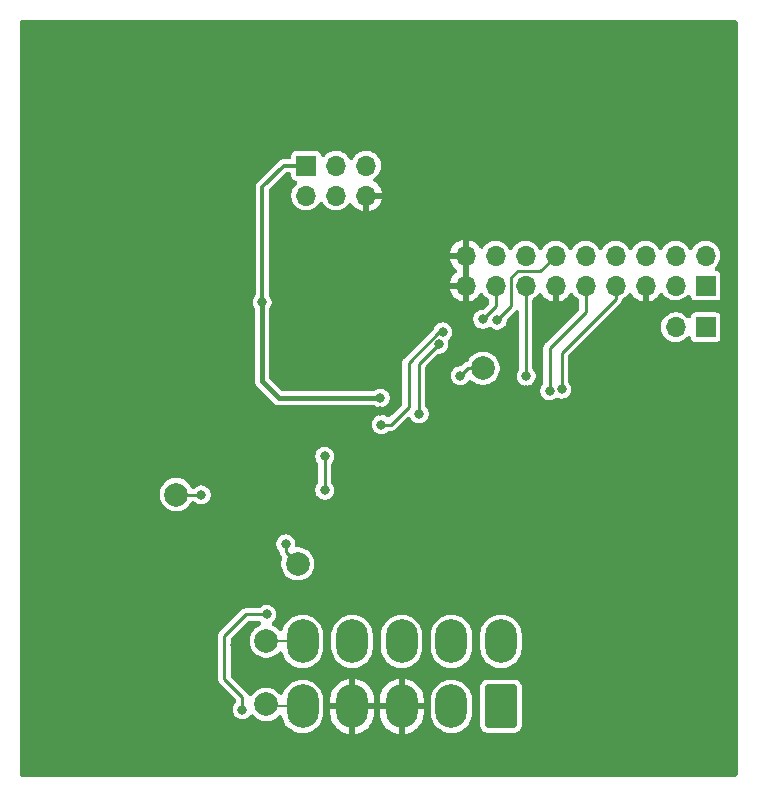
<source format=gbr>
G04 #@! TF.GenerationSoftware,KiCad,Pcbnew,9.0.0-rc2-6-ga1fa0bdb0b*
G04 #@! TF.CreationDate,2025-02-11T11:14:16+02:00*
G04 #@! TF.ProjectId,can_link_r1,63616e5f-6c69-46e6-9b5f-72312e6b6963,Rev 4*
G04 #@! TF.SameCoordinates,Original*
G04 #@! TF.FileFunction,Copper,L2,Bot*
G04 #@! TF.FilePolarity,Positive*
%FSLAX46Y46*%
G04 Gerber Fmt 4.6, Leading zero omitted, Abs format (unit mm)*
G04 Created by KiCad (PCBNEW 9.0.0-rc2-6-ga1fa0bdb0b) date 2025-02-11 11:14:16*
%MOMM*%
%LPD*%
G01*
G04 APERTURE LIST*
G04 Aperture macros list*
%AMRoundRect*
0 Rectangle with rounded corners*
0 $1 Rounding radius*
0 $2 $3 $4 $5 $6 $7 $8 $9 X,Y pos of 4 corners*
0 Add a 4 corners polygon primitive as box body*
4,1,4,$2,$3,$4,$5,$6,$7,$8,$9,$2,$3,0*
0 Add four circle primitives for the rounded corners*
1,1,$1+$1,$2,$3*
1,1,$1+$1,$4,$5*
1,1,$1+$1,$6,$7*
1,1,$1+$1,$8,$9*
0 Add four rect primitives between the rounded corners*
20,1,$1+$1,$2,$3,$4,$5,0*
20,1,$1+$1,$4,$5,$6,$7,0*
20,1,$1+$1,$6,$7,$8,$9,0*
20,1,$1+$1,$8,$9,$2,$3,0*%
G04 Aperture macros list end*
G04 #@! TA.AperFunction,ComponentPad*
%ADD10R,1.700000X1.700000*%
G04 #@! TD*
G04 #@! TA.AperFunction,ComponentPad*
%ADD11O,1.700000X1.700000*%
G04 #@! TD*
G04 #@! TA.AperFunction,ComponentPad*
%ADD12RoundRect,0.250001X1.099999X1.599999X-1.099999X1.599999X-1.099999X-1.599999X1.099999X-1.599999X0*%
G04 #@! TD*
G04 #@! TA.AperFunction,ComponentPad*
%ADD13O,2.700000X3.700000*%
G04 #@! TD*
G04 #@! TA.AperFunction,SMDPad,CuDef*
%ADD14C,2.000000*%
G04 #@! TD*
G04 #@! TA.AperFunction,ViaPad*
%ADD15C,0.800000*%
G04 #@! TD*
G04 #@! TA.AperFunction,Conductor*
%ADD16C,0.250000*%
G04 #@! TD*
G04 #@! TA.AperFunction,Conductor*
%ADD17C,0.400000*%
G04 #@! TD*
G04 #@! TA.AperFunction,Conductor*
%ADD18C,0.254000*%
G04 #@! TD*
G04 #@! TA.AperFunction,Conductor*
%ADD19C,0.300000*%
G04 #@! TD*
G04 #@! TA.AperFunction,Conductor*
%ADD20C,0.200000*%
G04 #@! TD*
G04 #@! TA.AperFunction,Conductor*
%ADD21C,0.240000*%
G04 #@! TD*
G04 APERTURE END LIST*
D10*
G04 #@! TO.P,J1,1,UART1_TX*
G04 #@! TO.N,/MCU/PIC_RX*
X189255000Y-93393000D03*
D11*
G04 #@! TO.P,J1,2,PA1*
G04 #@! TO.N,unconnected-(J1-PA1-Pad2)*
X189255000Y-90853000D03*
G04 #@! TO.P,J1,3,UART1_RX*
G04 #@! TO.N,/MCU/PIC_TX*
X186715000Y-93393000D03*
G04 #@! TO.P,J1,4,PC24*
G04 #@! TO.N,unconnected-(J1-PC24-Pad4)*
X186715000Y-90853000D03*
G04 #@! TO.P,J1,5,GND*
G04 #@! TO.N,GND*
X184175000Y-93393000D03*
G04 #@! TO.P,J1,6,PC14*
G04 #@! TO.N,unconnected-(J1-PC14-Pad6)*
X184175000Y-90853000D03*
G04 #@! TO.P,J1,7,UART0_RX*
G04 #@! TO.N,/UART0_RX*
X181635000Y-93393000D03*
G04 #@! TO.P,J1,8,PC13*
G04 #@! TO.N,unconnected-(J1-PC13-Pad8)*
X181635000Y-90853000D03*
G04 #@! TO.P,J1,9,UART0_TX*
G04 #@! TO.N,/UART0_TX*
X179095000Y-93393000D03*
G04 #@! TO.P,J1,10,PC15*
G04 #@! TO.N,unconnected-(J1-PC15-Pad10)*
X179095000Y-90853000D03*
G04 #@! TO.P,J1,11,GND*
G04 #@! TO.N,GND*
X176555000Y-93393000D03*
G04 #@! TO.P,J1,12,PA2*
G04 #@! TO.N,/MCU/PIC_PIN1*
X176555000Y-90853000D03*
G04 #@! TO.P,J1,13,PC11*
G04 #@! TO.N,/3V3_ON*
X174015000Y-93393000D03*
G04 #@! TO.P,J1,14,TWI_SCL*
G04 #@! TO.N,unconnected-(J1-TWI_SCL-Pad14)*
X174015000Y-90853000D03*
G04 #@! TO.P,J1,15,PC10*
G04 #@! TO.N,/MCU/PIC_PIN2*
X171475000Y-93393000D03*
G04 #@! TO.P,J1,16,TWI_SDA*
G04 #@! TO.N,unconnected-(J1-TWI_SDA-Pad16)*
X171475000Y-90853000D03*
G04 #@! TO.P,J1,17,GND*
G04 #@! TO.N,GND*
X168935000Y-93393000D03*
G04 #@! TO.P,J1,18,GND*
X168935000Y-90853000D03*
G04 #@! TD*
D10*
G04 #@! TO.P,J2,1,VSYS*
G04 #@! TO.N,+VSYS*
X189255000Y-96899000D03*
D11*
G04 #@! TO.P,J2,2,3.3V*
G04 #@! TO.N,Net-(J2-3.3V)*
X186715000Y-96899000D03*
G04 #@! TD*
D12*
G04 #@! TO.P,J3,1,Pin_1*
G04 #@! TO.N,unconnected-(J3-Pin_1-Pad1)*
X171925000Y-129000000D03*
D13*
G04 #@! TO.P,J3,2,Pin_2*
G04 #@! TO.N,unconnected-(J3-Pin_2-Pad2)*
X167725000Y-129000000D03*
G04 #@! TO.P,J3,3,Pin_3*
G04 #@! TO.N,GND*
X163525000Y-129000000D03*
G04 #@! TO.P,J3,4,Pin_4*
X159325000Y-129000000D03*
G04 #@! TO.P,J3,5,Pin_5*
G04 #@! TO.N,/CAN_N*
X155125000Y-129000000D03*
G04 #@! TO.P,J3,6,Pin_6*
G04 #@! TO.N,unconnected-(J3-Pin_6-Pad6)*
X171925000Y-123500000D03*
G04 #@! TO.P,J3,7,Pin_7*
G04 #@! TO.N,/SERIAL_RX*
X167725000Y-123500000D03*
G04 #@! TO.P,J3,8,Pin_8*
G04 #@! TO.N,/SERIAL_TX*
X163525000Y-123500000D03*
G04 #@! TO.P,J3,9,Pin_9*
G04 #@! TO.N,/OBD2_VIN*
X159325000Y-123500000D03*
G04 #@! TO.P,J3,10,Pin_10*
G04 #@! TO.N,/CAN_P*
X155125000Y-123500000D03*
G04 #@! TD*
D14*
G04 #@! TO.P,TP1,1,1*
G04 #@! TO.N,+3V3*
X170400000Y-100380000D03*
G04 #@! TD*
G04 #@! TO.P,TP4,1,1*
G04 #@! TO.N,/CAN_P*
X152050000Y-123475000D03*
G04 #@! TD*
D10*
G04 #@! TO.P,J4,1,Pin_1*
G04 #@! TO.N,+3V3*
X155425000Y-83225000D03*
D11*
G04 #@! TO.P,J4,2,Pin_2*
G04 #@! TO.N,unconnected-(J4-Pin_2-Pad2)*
X155425000Y-85765000D03*
G04 #@! TO.P,J4,3,Pin_3*
G04 #@! TO.N,/MCU/RESET*
X157965000Y-83225000D03*
G04 #@! TO.P,J4,4,Pin_4*
G04 #@! TO.N,/MCU/ICSP_DAT*
X157965000Y-85765000D03*
G04 #@! TO.P,J4,5,Pin_5*
G04 #@! TO.N,/MCU/ICSP_CLK*
X160505000Y-83225000D03*
G04 #@! TO.P,J4,6,Pin_6*
G04 #@! TO.N,GND*
X160505000Y-85765000D03*
G04 #@! TD*
D14*
G04 #@! TO.P,TP6,1,1*
G04 #@! TO.N,GND*
X141100000Y-90470000D03*
G04 #@! TD*
G04 #@! TO.P,TP3,1,1*
G04 #@! TO.N,/MCU/CAN_RX*
X144425000Y-111075000D03*
G04 #@! TD*
G04 #@! TO.P,TP7,1,1*
G04 #@! TO.N,GND*
X185220000Y-128970000D03*
G04 #@! TD*
G04 #@! TO.P,TP2,1,1*
G04 #@! TO.N,/MCU/CAN_TX*
X154725000Y-116950000D03*
G04 #@! TD*
G04 #@! TO.P,TP5,1,1*
G04 #@! TO.N,/CAN_N*
X152050000Y-128840000D03*
G04 #@! TD*
D15*
G04 #@! TO.N,GND*
X142170000Y-107340000D03*
X142170000Y-130540000D03*
X142170000Y-124740000D03*
X142170000Y-118940000D03*
X142170000Y-113140000D03*
X145990000Y-129020000D03*
X150625000Y-130700000D03*
G04 #@! TO.N,/OBD2_MEAS*
X152100000Y-121225000D03*
X150025000Y-129275000D03*
G04 #@! TO.N,GND*
X191050000Y-110050000D03*
X149050000Y-72050000D03*
X157050000Y-72050000D03*
X141050000Y-81050000D03*
X155050000Y-134050000D03*
X191050000Y-112050000D03*
X147050000Y-72050000D03*
X161050000Y-72050000D03*
X132050000Y-126050000D03*
X150375000Y-122775000D03*
X132050000Y-118050000D03*
X143050000Y-72050000D03*
X132050000Y-82050000D03*
X175050000Y-134050000D03*
X178125000Y-103225000D03*
X132050000Y-96050000D03*
X132050000Y-100050000D03*
X151050000Y-72050000D03*
X166350000Y-105400000D03*
X187050000Y-134050000D03*
X146300000Y-123075000D03*
X135050000Y-134050000D03*
X173125000Y-105075000D03*
X191050000Y-134050000D03*
X157900000Y-91400000D03*
X182625000Y-101800000D03*
X157150000Y-113350000D03*
X154500000Y-101900000D03*
X175850000Y-97190000D03*
X163050000Y-134050000D03*
X173050000Y-134050000D03*
X184050000Y-121050000D03*
X159050000Y-134050000D03*
X163800000Y-110750000D03*
X159000000Y-101800000D03*
X191050000Y-116050000D03*
X132050000Y-130050000D03*
X132050000Y-108050000D03*
X147050000Y-134050000D03*
X132050000Y-72050000D03*
X150200000Y-112050000D03*
X171050000Y-134050000D03*
X132050000Y-128050000D03*
X167050000Y-134050000D03*
X169050000Y-72050000D03*
X132050000Y-80050000D03*
X175050000Y-72050000D03*
X132050000Y-74050000D03*
X158150000Y-97250000D03*
X166650000Y-115550000D03*
X181050000Y-113050000D03*
X138050000Y-96050000D03*
X144050000Y-77050000D03*
X157050000Y-134050000D03*
X191050000Y-118050000D03*
X150325000Y-94750000D03*
X132050000Y-98050000D03*
X191050000Y-124050000D03*
X179050000Y-72050000D03*
X191050000Y-79050000D03*
X172050000Y-85050000D03*
X163050000Y-72050000D03*
X151450000Y-119600000D03*
X181050000Y-134050000D03*
X132050000Y-92050000D03*
X150750000Y-110600000D03*
X178050000Y-113050000D03*
X165050000Y-72050000D03*
X132050000Y-112050000D03*
X159025000Y-105875000D03*
X191050000Y-104050000D03*
X176125000Y-106675000D03*
X145540000Y-104540000D03*
X151900000Y-106270000D03*
X165050000Y-134050000D03*
X132050000Y-102050000D03*
X138050000Y-100050000D03*
X144050000Y-81050000D03*
X181050000Y-117050000D03*
X145510000Y-102920000D03*
X154620000Y-96860000D03*
X168350000Y-105850000D03*
X161050000Y-134050000D03*
X132050000Y-86050000D03*
X153300000Y-110650000D03*
X151050000Y-134050000D03*
X178300000Y-102325000D03*
X145375000Y-109025000D03*
X152775000Y-100700000D03*
X172100000Y-110425000D03*
X185050000Y-134050000D03*
X138050000Y-77050000D03*
X178050000Y-121050000D03*
X191050000Y-108050000D03*
X147725000Y-100275000D03*
X148280000Y-128210000D03*
X141050000Y-96050000D03*
X183800000Y-101325000D03*
X167375000Y-108275000D03*
X159700000Y-94950000D03*
X191050000Y-85050000D03*
X138050000Y-85050000D03*
X162425000Y-95775000D03*
X139050000Y-72050000D03*
X174875000Y-103350000D03*
X161125000Y-108350000D03*
X153350000Y-94950000D03*
X141050000Y-134050000D03*
X163800000Y-94050000D03*
X177050000Y-72050000D03*
X159850000Y-110750000D03*
X163900000Y-86950000D03*
X184060000Y-97890000D03*
X191050000Y-128050000D03*
X132050000Y-124050000D03*
X170350000Y-112150000D03*
X150200000Y-113650000D03*
X143700000Y-99750000D03*
X144050000Y-96050000D03*
X159100000Y-89550000D03*
X184050000Y-117050000D03*
X132050000Y-78050000D03*
X144050000Y-85050000D03*
X154500000Y-112850000D03*
X132050000Y-90050000D03*
X153050000Y-72050000D03*
X161650000Y-104000000D03*
X167450000Y-110750000D03*
X191050000Y-114050000D03*
X191050000Y-75050000D03*
X183050000Y-72050000D03*
X154275000Y-104575000D03*
X191050000Y-126050000D03*
X175050000Y-81050000D03*
X149425000Y-123800000D03*
X132050000Y-88050000D03*
X141050000Y-72050000D03*
X132050000Y-104050000D03*
X132050000Y-84050000D03*
X178050000Y-117050000D03*
X145050000Y-134050000D03*
X132050000Y-106050000D03*
X166625000Y-96000000D03*
X178050000Y-85050000D03*
X181050000Y-121050000D03*
X191050000Y-132050000D03*
X191050000Y-102050000D03*
X191050000Y-77050000D03*
X132050000Y-120050000D03*
X191050000Y-87050000D03*
X139050000Y-134050000D03*
X169050000Y-134050000D03*
X146250000Y-125550000D03*
X141050000Y-104050000D03*
X171050000Y-72050000D03*
X137050000Y-72050000D03*
X141050000Y-85050000D03*
X159050000Y-72050000D03*
X172050000Y-81050000D03*
X137050000Y-134050000D03*
X159125000Y-100050000D03*
X184060000Y-96470000D03*
X185050000Y-72050000D03*
X171275000Y-106750000D03*
X161675000Y-98575000D03*
X191050000Y-120050000D03*
X132050000Y-116050000D03*
X175050000Y-85050000D03*
X147400000Y-107180000D03*
X152450000Y-112600000D03*
X153050000Y-134050000D03*
X181050000Y-72050000D03*
X191050000Y-122050000D03*
X145050000Y-72050000D03*
X174025000Y-102250000D03*
X173050000Y-72050000D03*
X149050000Y-134050000D03*
X184050000Y-113050000D03*
X143050000Y-134050000D03*
X179050000Y-134050000D03*
X172150000Y-98025000D03*
X151400000Y-118000000D03*
X177050000Y-134050000D03*
X175025000Y-97950000D03*
X191050000Y-89050000D03*
X152650000Y-114850000D03*
X155725000Y-107500000D03*
X191050000Y-106050000D03*
X132050000Y-76050000D03*
X132050000Y-114050000D03*
X154550000Y-100250000D03*
X155750000Y-114900000D03*
X191050000Y-83050000D03*
X135050000Y-72050000D03*
X141050000Y-77050000D03*
X132050000Y-122050000D03*
X189050000Y-134050000D03*
X132050000Y-94050000D03*
X155050000Y-72050000D03*
X141050000Y-100050000D03*
X145070000Y-121260000D03*
X167050000Y-72050000D03*
X138050000Y-104050000D03*
X183050000Y-134050000D03*
X138050000Y-81050000D03*
X191050000Y-130050000D03*
X173775000Y-109100000D03*
X191050000Y-100050000D03*
X182900000Y-102800000D03*
X191050000Y-81050000D03*
X153640000Y-113820000D03*
X178050000Y-81050000D03*
X159350000Y-114050000D03*
X132050000Y-110050000D03*
X160750000Y-118250000D03*
X187050000Y-72050000D03*
X175000000Y-96325000D03*
X172875000Y-96600000D03*
X155600000Y-110600000D03*
G04 #@! TO.N,/UART0_RX*
X177050000Y-102150000D03*
G04 #@! TO.N,/UART0_TX*
X176050000Y-102300000D03*
G04 #@! TO.N,+3V3*
X151700000Y-94800000D03*
X168490000Y-101010000D03*
X161700000Y-102900000D03*
G04 #@! TO.N,/MCU/PIC_TX*
X161800000Y-105150000D03*
X167000000Y-97300000D03*
G04 #@! TO.N,/MCU/PIC_RX*
X166650000Y-98350000D03*
X165000000Y-104250000D03*
G04 #@! TO.N,/3V3_ON*
X174050000Y-101050000D03*
G04 #@! TO.N,/MCU/CAN_RX*
X146545000Y-111105000D03*
G04 #@! TO.N,/MCU/CAN_TX*
X157000000Y-110700000D03*
X153700000Y-115250000D03*
X157000000Y-107850000D03*
G04 #@! TO.N,/MCU/PIC_PIN2*
X170380000Y-96230000D03*
G04 #@! TO.N,/MCU/PIC_PIN1*
X171620000Y-96300000D03*
G04 #@! TD*
D16*
G04 #@! TO.N,/OBD2_MEAS*
X150025000Y-128175000D02*
X150025000Y-129275000D01*
X148500000Y-123075000D02*
X148500000Y-126650000D01*
X148500000Y-126650000D02*
X150025000Y-128175000D01*
X150350000Y-121225000D02*
X148500000Y-123075000D01*
X152100000Y-121225000D02*
X150350000Y-121225000D01*
D17*
G04 #@! TO.N,+3V3*
X151700000Y-101500000D02*
X151700000Y-94800000D01*
X157650000Y-102900000D02*
X153100000Y-102900000D01*
X153100000Y-102900000D02*
X151700000Y-101500000D01*
D18*
G04 #@! TO.N,/UART0_RX*
X177050000Y-99080000D02*
X181635000Y-94495000D01*
X181635000Y-94495000D02*
X181635000Y-93393000D01*
X177050000Y-100800000D02*
X177050000Y-100100000D01*
X177050000Y-100800000D02*
X177050000Y-102150000D01*
X177050000Y-100100000D02*
X177050000Y-100085000D01*
X177050000Y-100100000D02*
X177050000Y-99080000D01*
G04 #@! TO.N,/UART0_TX*
X176050000Y-102300000D02*
X176050000Y-98650000D01*
X176050000Y-98650000D02*
X179095000Y-95605000D01*
X179095000Y-95605000D02*
X179095000Y-93393000D01*
D16*
G04 #@! TO.N,+3V3*
X169120000Y-100380000D02*
X170400000Y-100380000D01*
D19*
X153525000Y-83225000D02*
X151700000Y-85050000D01*
X151700000Y-94800000D02*
X151700000Y-85050000D01*
D17*
X161700000Y-102900000D02*
X157650000Y-102900000D01*
D16*
X168490000Y-101010000D02*
X169120000Y-100380000D01*
D19*
X157650000Y-102900000D02*
X154800000Y-102900000D01*
X155425000Y-83225000D02*
X153525000Y-83225000D01*
D20*
G04 #@! TO.N,/CAN_P*
X155125000Y-123500000D02*
X152075000Y-123500000D01*
X152075000Y-123500000D02*
X152050000Y-123475000D01*
G04 #@! TO.N,/CAN_N*
X152210000Y-129000000D02*
X152050000Y-128840000D01*
X155125000Y-129000000D02*
X152210000Y-129000000D01*
X154420000Y-130240000D02*
X154070000Y-130240000D01*
X155350000Y-129310000D02*
X154420000Y-130240000D01*
D21*
X155125000Y-129000000D02*
X154965000Y-128840000D01*
D20*
X155125000Y-129085000D02*
X155350000Y-129310000D01*
X155125000Y-129000000D02*
X155125000Y-129085000D01*
D18*
G04 #@! TO.N,/MCU/PIC_TX*
X162600000Y-105150000D02*
X163000000Y-104750000D01*
X166700000Y-97300000D02*
X164100000Y-99900000D01*
X161800000Y-105150000D02*
X162600000Y-105150000D01*
X167000000Y-97300000D02*
X166700000Y-97300000D01*
X164100000Y-99900000D02*
X164100000Y-103650000D01*
X164100000Y-103650000D02*
X163000000Y-104750000D01*
G04 #@! TO.N,/MCU/PIC_RX*
X165000000Y-100000000D02*
X166650000Y-98350000D01*
X165000000Y-104250000D02*
X165000000Y-100000000D01*
G04 #@! TO.N,/3V3_ON*
X174015000Y-101015000D02*
X174015000Y-93393000D01*
X174050000Y-101050000D02*
X174015000Y-101015000D01*
X174015000Y-93393000D02*
X174015000Y-98815000D01*
D16*
G04 #@! TO.N,/MCU/CAN_RX*
X144455000Y-111105000D02*
X144425000Y-111075000D01*
X144400000Y-111110000D02*
X144290000Y-111000000D01*
X146545000Y-111105000D02*
X144455000Y-111105000D01*
X146545000Y-111105000D02*
X145945000Y-111105000D01*
X145945000Y-111105000D02*
X145940000Y-111110000D01*
G04 #@! TO.N,/MCU/CAN_TX*
X153700000Y-115250000D02*
X153700000Y-115925000D01*
X153700000Y-115925000D02*
X154725000Y-116950000D01*
D18*
X157000000Y-110700000D02*
X157000000Y-107850000D01*
D16*
G04 #@! TO.N,/MCU/PIC_PIN2*
X171475000Y-95135000D02*
X171475000Y-93393000D01*
X170380000Y-96230000D02*
X171475000Y-95135000D01*
G04 #@! TO.N,/MCU/PIC_PIN1*
X173340000Y-92140000D02*
X175268000Y-92140000D01*
X172790000Y-95130000D02*
X172790000Y-92690000D01*
X171620000Y-96300000D02*
X172790000Y-95130000D01*
X172790000Y-92690000D02*
X173340000Y-92140000D01*
X175268000Y-92140000D02*
X176555000Y-90853000D01*
G04 #@! TD*
G04 #@! TA.AperFunction,Conductor*
G04 #@! TO.N,GND*
G36*
X169189000Y-92962297D02*
G01*
X169127993Y-92927075D01*
X169000826Y-92893000D01*
X168869174Y-92893000D01*
X168742007Y-92927075D01*
X168681000Y-92962297D01*
X168681000Y-91283702D01*
X168742007Y-91318925D01*
X168869174Y-91353000D01*
X169000826Y-91353000D01*
X169127993Y-91318925D01*
X169189000Y-91283702D01*
X169189000Y-92962297D01*
G37*
G04 #@! TD.AperFunction*
G04 #@! TA.AperFunction,Conductor*
G36*
X191854543Y-70934707D02*
G01*
X191923784Y-70989926D01*
X191962211Y-71069718D01*
X191967200Y-71114000D01*
X191967200Y-134749400D01*
X191947493Y-134835743D01*
X191892274Y-134904984D01*
X191812482Y-134943411D01*
X191768200Y-134948400D01*
X131358600Y-134948400D01*
X131272257Y-134928693D01*
X131203016Y-134873474D01*
X131164589Y-134793682D01*
X131159600Y-134749400D01*
X131159600Y-123005817D01*
X147974499Y-123005817D01*
X147974499Y-123016696D01*
X147974499Y-123160218D01*
X147974500Y-123160231D01*
X147974500Y-126580813D01*
X147974499Y-126580817D01*
X147974499Y-126719183D01*
X147990649Y-126779452D01*
X148004203Y-126830037D01*
X148010312Y-126852836D01*
X148079494Y-126972664D01*
X148188675Y-127081845D01*
X148188681Y-127081850D01*
X149441214Y-128334383D01*
X149458977Y-128362652D01*
X149479793Y-128388754D01*
X149482311Y-128399787D01*
X149488333Y-128409371D01*
X149499500Y-128475097D01*
X149499500Y-128585994D01*
X149479793Y-128672337D01*
X149441214Y-128726708D01*
X149403214Y-128764707D01*
X149403208Y-128764715D01*
X149315607Y-128895818D01*
X149315603Y-128895825D01*
X149255264Y-129041499D01*
X149255262Y-129041506D01*
X149224500Y-129196158D01*
X149224500Y-129353841D01*
X149255262Y-129508493D01*
X149255264Y-129508500D01*
X149315603Y-129654174D01*
X149315607Y-129654181D01*
X149345605Y-129699076D01*
X149403211Y-129785289D01*
X149514711Y-129896789D01*
X149531852Y-129908242D01*
X149645818Y-129984392D01*
X149645825Y-129984396D01*
X149718662Y-130014565D01*
X149791503Y-130044737D01*
X149946158Y-130075500D01*
X149946159Y-130075500D01*
X150103841Y-130075500D01*
X150103842Y-130075500D01*
X150258497Y-130044737D01*
X150404179Y-129984394D01*
X150535289Y-129896789D01*
X150646789Y-129785289D01*
X150660111Y-129765351D01*
X150724463Y-129704510D01*
X150808843Y-129677613D01*
X150896537Y-129689992D01*
X150970176Y-129739194D01*
X150976896Y-129746671D01*
X150981753Y-129752358D01*
X150981758Y-129752365D01*
X151137635Y-129908242D01*
X151315978Y-130037815D01*
X151512394Y-130137895D01*
X151512399Y-130137896D01*
X151512400Y-130137897D01*
X151722039Y-130206012D01*
X151722043Y-130206013D01*
X151722049Y-130206015D01*
X151939778Y-130240500D01*
X152160222Y-130240500D01*
X152377951Y-130206015D01*
X152587606Y-130137895D01*
X152784022Y-130037815D01*
X152962365Y-129908242D01*
X153081256Y-129789350D01*
X153156240Y-129742235D01*
X153244246Y-129732319D01*
X153327840Y-129761569D01*
X153390464Y-129824193D01*
X153414185Y-129878563D01*
X153463841Y-130063883D01*
X153463843Y-130063889D01*
X153551654Y-130275883D01*
X153551657Y-130275891D01*
X153556853Y-130284890D01*
X153576731Y-130332880D01*
X153603608Y-130433186D01*
X153669500Y-130547314D01*
X153762686Y-130640500D01*
X153804435Y-130664604D01*
X153845644Y-130696224D01*
X153968339Y-130818919D01*
X154150388Y-130958611D01*
X154150392Y-130958613D01*
X154150393Y-130958614D01*
X154150396Y-130958617D01*
X154305540Y-131048188D01*
X154349112Y-131073344D01*
X154561113Y-131161158D01*
X154782762Y-131220548D01*
X154971996Y-131245461D01*
X155010258Y-131250499D01*
X155010264Y-131250500D01*
X155010266Y-131250500D01*
X155239736Y-131250500D01*
X155239739Y-131250499D01*
X155467238Y-131220548D01*
X155688887Y-131161158D01*
X155900888Y-131073344D01*
X155992717Y-131020326D01*
X156099603Y-130958617D01*
X156099604Y-130958615D01*
X156099612Y-130958611D01*
X156281661Y-130818919D01*
X156281665Y-130818915D01*
X156281669Y-130818912D01*
X156443912Y-130656669D01*
X156443915Y-130656665D01*
X156443919Y-130656661D01*
X156583611Y-130474612D01*
X156583615Y-130474604D01*
X156583617Y-130474603D01*
X156645326Y-130367717D01*
X156698344Y-130275888D01*
X156786158Y-130063887D01*
X156845548Y-129842238D01*
X156875500Y-129614734D01*
X156875500Y-128385266D01*
X156875407Y-128384562D01*
X156874571Y-128378212D01*
X157467000Y-128378212D01*
X157467000Y-128746000D01*
X158457891Y-128746000D01*
X158425000Y-128911358D01*
X158425000Y-129088642D01*
X158457891Y-129254000D01*
X157467000Y-129254000D01*
X157467000Y-129621787D01*
X157498789Y-129863248D01*
X157498792Y-129863261D01*
X157561825Y-130098507D01*
X157561829Y-130098519D01*
X157655037Y-130323541D01*
X157776811Y-130534461D01*
X157925087Y-130727697D01*
X158097302Y-130899912D01*
X158290538Y-131048188D01*
X158501458Y-131169962D01*
X158726480Y-131263170D01*
X158726489Y-131263173D01*
X158961732Y-131326206D01*
X159071000Y-131340591D01*
X159071000Y-129867108D01*
X159236358Y-129900000D01*
X159413642Y-129900000D01*
X159579000Y-129867108D01*
X159579000Y-131340591D01*
X159688267Y-131326206D01*
X159923510Y-131263173D01*
X159923519Y-131263170D01*
X160148541Y-131169962D01*
X160359461Y-131048188D01*
X160552697Y-130899912D01*
X160552701Y-130899909D01*
X160724909Y-130727701D01*
X160724912Y-130727697D01*
X160873188Y-130534461D01*
X160994962Y-130323541D01*
X161088170Y-130098519D01*
X161088174Y-130098507D01*
X161151207Y-129863261D01*
X161151210Y-129863248D01*
X161182999Y-129621787D01*
X161183000Y-129621782D01*
X161183000Y-129254000D01*
X160192109Y-129254000D01*
X160225000Y-129088642D01*
X160225000Y-128911358D01*
X160192109Y-128746000D01*
X161183000Y-128746000D01*
X161183000Y-128378217D01*
X161182999Y-128378212D01*
X161667000Y-128378212D01*
X161667000Y-128746000D01*
X162657891Y-128746000D01*
X162625000Y-128911358D01*
X162625000Y-129088642D01*
X162657891Y-129254000D01*
X161667000Y-129254000D01*
X161667000Y-129621787D01*
X161698789Y-129863248D01*
X161698792Y-129863261D01*
X161761825Y-130098507D01*
X161761829Y-130098519D01*
X161855037Y-130323541D01*
X161976811Y-130534461D01*
X162125087Y-130727697D01*
X162297302Y-130899912D01*
X162490538Y-131048188D01*
X162701458Y-131169962D01*
X162926480Y-131263170D01*
X162926489Y-131263173D01*
X163161732Y-131326206D01*
X163271000Y-131340591D01*
X163271000Y-129867108D01*
X163436358Y-129900000D01*
X163613642Y-129900000D01*
X163779000Y-129867108D01*
X163779000Y-131340591D01*
X163888267Y-131326206D01*
X164123510Y-131263173D01*
X164123519Y-131263170D01*
X164348541Y-131169962D01*
X164559461Y-131048188D01*
X164752697Y-130899912D01*
X164752701Y-130899909D01*
X164924909Y-130727701D01*
X164924912Y-130727697D01*
X165073188Y-130534461D01*
X165194962Y-130323541D01*
X165288170Y-130098519D01*
X165288174Y-130098507D01*
X165351207Y-129863261D01*
X165351210Y-129863248D01*
X165382999Y-129621787D01*
X165383000Y-129621782D01*
X165383000Y-129254000D01*
X164392109Y-129254000D01*
X164425000Y-129088642D01*
X164425000Y-128911358D01*
X164392109Y-128746000D01*
X165383000Y-128746000D01*
X165383000Y-128385258D01*
X165974500Y-128385258D01*
X165974500Y-129614741D01*
X166004451Y-129842235D01*
X166004451Y-129842236D01*
X166063839Y-130063879D01*
X166063843Y-130063889D01*
X166151654Y-130275883D01*
X166151658Y-130275892D01*
X166266382Y-130474603D01*
X166266385Y-130474606D01*
X166266387Y-130474608D01*
X166266389Y-130474612D01*
X166391700Y-130637919D01*
X166406084Y-130656665D01*
X166568334Y-130818915D01*
X166568337Y-130818917D01*
X166568339Y-130818919D01*
X166750388Y-130958611D01*
X166750392Y-130958613D01*
X166750393Y-130958614D01*
X166750396Y-130958617D01*
X166905540Y-131048188D01*
X166949112Y-131073344D01*
X167161113Y-131161158D01*
X167382762Y-131220548D01*
X167571996Y-131245461D01*
X167610258Y-131250499D01*
X167610264Y-131250500D01*
X167610266Y-131250500D01*
X167839736Y-131250500D01*
X167839739Y-131250499D01*
X168067238Y-131220548D01*
X168288887Y-131161158D01*
X168500888Y-131073344D01*
X168592717Y-131020326D01*
X168699603Y-130958617D01*
X168699604Y-130958615D01*
X168699612Y-130958611D01*
X168881661Y-130818919D01*
X168881665Y-130818915D01*
X168881669Y-130818912D01*
X169043912Y-130656669D01*
X169043915Y-130656665D01*
X169043919Y-130656661D01*
X169183611Y-130474612D01*
X169183615Y-130474604D01*
X169183617Y-130474603D01*
X169245326Y-130367717D01*
X169298344Y-130275888D01*
X169386158Y-130063887D01*
X169445548Y-129842238D01*
X169475500Y-129614734D01*
X169475500Y-128385266D01*
X169445548Y-128157762D01*
X169395818Y-127972165D01*
X169386160Y-127936120D01*
X169386159Y-127936119D01*
X169386158Y-127936113D01*
X169298344Y-127724112D01*
X169270831Y-127676458D01*
X169183617Y-127525396D01*
X169183614Y-127525393D01*
X169183613Y-127525392D01*
X169183611Y-127525388D01*
X169043919Y-127343339D01*
X169043918Y-127343338D01*
X169043915Y-127343334D01*
X169034892Y-127334311D01*
X170174500Y-127334311D01*
X170174500Y-130665688D01*
X170177402Y-130702569D01*
X170223256Y-130860397D01*
X170306917Y-131001862D01*
X170423137Y-131118082D01*
X170493869Y-131159912D01*
X170564603Y-131201744D01*
X170722431Y-131247598D01*
X170759306Y-131250500D01*
X170759311Y-131250500D01*
X173090689Y-131250500D01*
X173090694Y-131250500D01*
X173127569Y-131247598D01*
X173285397Y-131201744D01*
X173426864Y-131118081D01*
X173543081Y-131001864D01*
X173626744Y-130860397D01*
X173672598Y-130702569D01*
X173675500Y-130665694D01*
X173675500Y-127334306D01*
X173672598Y-127297431D01*
X173626744Y-127139603D01*
X173543081Y-126998136D01*
X173426864Y-126881919D01*
X173426862Y-126881917D01*
X173285397Y-126798256D01*
X173127569Y-126752402D01*
X173090694Y-126749500D01*
X170759306Y-126749500D01*
X170728576Y-126751918D01*
X170722430Y-126752402D01*
X170564602Y-126798256D01*
X170423137Y-126881917D01*
X170306917Y-126998137D01*
X170223256Y-127139602D01*
X170177402Y-127297430D01*
X170174500Y-127334311D01*
X169034892Y-127334311D01*
X168881665Y-127181084D01*
X168752341Y-127081850D01*
X168699612Y-127041389D01*
X168699608Y-127041387D01*
X168699606Y-127041385D01*
X168699603Y-127041382D01*
X168500892Y-126926658D01*
X168500883Y-126926654D01*
X168288887Y-126838842D01*
X168288885Y-126838841D01*
X168288879Y-126838839D01*
X168067235Y-126779451D01*
X167839741Y-126749500D01*
X167839734Y-126749500D01*
X167610266Y-126749500D01*
X167610258Y-126749500D01*
X167382764Y-126779451D01*
X167382763Y-126779451D01*
X167161120Y-126838839D01*
X167161110Y-126838843D01*
X166949116Y-126926654D01*
X166949107Y-126926658D01*
X166750396Y-127041382D01*
X166750393Y-127041385D01*
X166568334Y-127181084D01*
X166568331Y-127181088D01*
X166406088Y-127343331D01*
X166406084Y-127343334D01*
X166266385Y-127525393D01*
X166266382Y-127525396D01*
X166151658Y-127724107D01*
X166151654Y-127724116D01*
X166063843Y-127936110D01*
X166063839Y-127936120D01*
X166004451Y-128157763D01*
X166004451Y-128157764D01*
X165974500Y-128385258D01*
X165383000Y-128385258D01*
X165383000Y-128378217D01*
X165382999Y-128378212D01*
X165351210Y-128136751D01*
X165351207Y-128136738D01*
X165288174Y-127901492D01*
X165288170Y-127901480D01*
X165194962Y-127676458D01*
X165073188Y-127465538D01*
X164924912Y-127272302D01*
X164752697Y-127100087D01*
X164559461Y-126951811D01*
X164348541Y-126830037D01*
X164123519Y-126736829D01*
X164123507Y-126736825D01*
X163888254Y-126673790D01*
X163888255Y-126673790D01*
X163779000Y-126659406D01*
X163779000Y-128132891D01*
X163613642Y-128100000D01*
X163436358Y-128100000D01*
X163271000Y-128132891D01*
X163271000Y-126659406D01*
X163270999Y-126659406D01*
X163161745Y-126673790D01*
X162926492Y-126736825D01*
X162926480Y-126736829D01*
X162701458Y-126830037D01*
X162490538Y-126951811D01*
X162297302Y-127100087D01*
X162297299Y-127100091D01*
X162125091Y-127272299D01*
X162125087Y-127272302D01*
X161976811Y-127465538D01*
X161855037Y-127676458D01*
X161761829Y-127901480D01*
X161761825Y-127901492D01*
X161698792Y-128136738D01*
X161698789Y-128136751D01*
X161667000Y-128378212D01*
X161182999Y-128378212D01*
X161151210Y-128136751D01*
X161151207Y-128136738D01*
X161088174Y-127901492D01*
X161088170Y-127901480D01*
X160994962Y-127676458D01*
X160873188Y-127465538D01*
X160724912Y-127272302D01*
X160552697Y-127100087D01*
X160359461Y-126951811D01*
X160148541Y-126830037D01*
X159923519Y-126736829D01*
X159923507Y-126736825D01*
X159688254Y-126673790D01*
X159688255Y-126673790D01*
X159579000Y-126659406D01*
X159579000Y-128132891D01*
X159413642Y-128100000D01*
X159236358Y-128100000D01*
X159071000Y-128132891D01*
X159071000Y-126659406D01*
X159070999Y-126659406D01*
X158961745Y-126673790D01*
X158726492Y-126736825D01*
X158726480Y-126736829D01*
X158501458Y-126830037D01*
X158290538Y-126951811D01*
X158097302Y-127100087D01*
X158097299Y-127100091D01*
X157925091Y-127272299D01*
X157925087Y-127272302D01*
X157776811Y-127465538D01*
X157655037Y-127676458D01*
X157561829Y-127901480D01*
X157561825Y-127901492D01*
X157498792Y-128136738D01*
X157498789Y-128136751D01*
X157467000Y-128378212D01*
X156874571Y-128378212D01*
X156845548Y-128157764D01*
X156845548Y-128157763D01*
X156844429Y-128153588D01*
X156795818Y-127972165D01*
X156786160Y-127936120D01*
X156786159Y-127936119D01*
X156786158Y-127936113D01*
X156698344Y-127724112D01*
X156670831Y-127676458D01*
X156583617Y-127525396D01*
X156583614Y-127525393D01*
X156583613Y-127525392D01*
X156583611Y-127525388D01*
X156443919Y-127343339D01*
X156443918Y-127343338D01*
X156443915Y-127343334D01*
X156281665Y-127181084D01*
X156152341Y-127081850D01*
X156099612Y-127041389D01*
X156099608Y-127041387D01*
X156099606Y-127041385D01*
X156099603Y-127041382D01*
X155900892Y-126926658D01*
X155900883Y-126926654D01*
X155688887Y-126838842D01*
X155688885Y-126838841D01*
X155688879Y-126838839D01*
X155467235Y-126779451D01*
X155239741Y-126749500D01*
X155239734Y-126749500D01*
X155010266Y-126749500D01*
X155010258Y-126749500D01*
X154782764Y-126779451D01*
X154782763Y-126779451D01*
X154561120Y-126838839D01*
X154561110Y-126838843D01*
X154349116Y-126926654D01*
X154349107Y-126926658D01*
X154150396Y-127041382D01*
X154150393Y-127041385D01*
X153968334Y-127181084D01*
X153968331Y-127181088D01*
X153806088Y-127343331D01*
X153806084Y-127343334D01*
X153666385Y-127525393D01*
X153666382Y-127525396D01*
X153551658Y-127724107D01*
X153551656Y-127724111D01*
X153476572Y-127905380D01*
X153425323Y-127977608D01*
X153347810Y-128020448D01*
X153259386Y-128025413D01*
X153177564Y-127991521D01*
X153131725Y-127946193D01*
X153118242Y-127927635D01*
X152962365Y-127771758D01*
X152784022Y-127642185D01*
X152587606Y-127542105D01*
X152587604Y-127542104D01*
X152587599Y-127542102D01*
X152377960Y-127473987D01*
X152377949Y-127473984D01*
X152160222Y-127439500D01*
X151939778Y-127439500D01*
X151722050Y-127473984D01*
X151722039Y-127473987D01*
X151512400Y-127542102D01*
X151512387Y-127542108D01*
X151315976Y-127642186D01*
X151137632Y-127771760D01*
X150981758Y-127927634D01*
X150877046Y-128071758D01*
X150810351Y-128130027D01*
X150724979Y-128153588D01*
X150637839Y-128137774D01*
X150566190Y-128085717D01*
X150524223Y-128007729D01*
X150523904Y-128006555D01*
X150514689Y-127972165D01*
X150445505Y-127852335D01*
X149083786Y-126490616D01*
X149036667Y-126415628D01*
X149025500Y-126349902D01*
X149025500Y-123375097D01*
X149045207Y-123288754D01*
X149083786Y-123234383D01*
X150509383Y-121808786D01*
X150584371Y-121761667D01*
X150650097Y-121750500D01*
X151410994Y-121750500D01*
X151443541Y-121757928D01*
X151476720Y-121761667D01*
X151486303Y-121767688D01*
X151497337Y-121770207D01*
X151551708Y-121808786D01*
X151590435Y-121847513D01*
X151637554Y-121922501D01*
X151647470Y-122010508D01*
X151618219Y-122094101D01*
X151555595Y-122156725D01*
X151519419Y-122173652D01*
X151519612Y-122174116D01*
X151512387Y-122177108D01*
X151315976Y-122277186D01*
X151137632Y-122406760D01*
X150981760Y-122562632D01*
X150852186Y-122740976D01*
X150752108Y-122937387D01*
X150752102Y-122937400D01*
X150683987Y-123147039D01*
X150683984Y-123147050D01*
X150649500Y-123364778D01*
X150649500Y-123585221D01*
X150683984Y-123802949D01*
X150683987Y-123802960D01*
X150752102Y-124012599D01*
X150752104Y-124012604D01*
X150752105Y-124012606D01*
X150852185Y-124209022D01*
X150981758Y-124387365D01*
X151137635Y-124543242D01*
X151315978Y-124672815D01*
X151512394Y-124772895D01*
X151512399Y-124772896D01*
X151512400Y-124772897D01*
X151722039Y-124841012D01*
X151722043Y-124841013D01*
X151722049Y-124841015D01*
X151939778Y-124875500D01*
X152160222Y-124875500D01*
X152377951Y-124841015D01*
X152587606Y-124772895D01*
X152784022Y-124672815D01*
X152962365Y-124543242D01*
X153109785Y-124395821D01*
X153184769Y-124348706D01*
X153272775Y-124338790D01*
X153356369Y-124368041D01*
X153418993Y-124430664D01*
X153442712Y-124485028D01*
X153463842Y-124563887D01*
X153463843Y-124563889D01*
X153463844Y-124563891D01*
X153551654Y-124775883D01*
X153551658Y-124775892D01*
X153666382Y-124974603D01*
X153666385Y-124974606D01*
X153666387Y-124974608D01*
X153666389Y-124974612D01*
X153791700Y-125137919D01*
X153806084Y-125156665D01*
X153968334Y-125318915D01*
X153968338Y-125318918D01*
X153968339Y-125318919D01*
X154150388Y-125458611D01*
X154150392Y-125458613D01*
X154150393Y-125458614D01*
X154150396Y-125458617D01*
X154334047Y-125564646D01*
X154349112Y-125573344D01*
X154561113Y-125661158D01*
X154782762Y-125720548D01*
X154971996Y-125745461D01*
X155010258Y-125750499D01*
X155010264Y-125750500D01*
X155010266Y-125750500D01*
X155239736Y-125750500D01*
X155239739Y-125750499D01*
X155467238Y-125720548D01*
X155688887Y-125661158D01*
X155900888Y-125573344D01*
X155992717Y-125520326D01*
X156099603Y-125458617D01*
X156099604Y-125458615D01*
X156099612Y-125458611D01*
X156281661Y-125318919D01*
X156281665Y-125318915D01*
X156281669Y-125318912D01*
X156443912Y-125156669D01*
X156443915Y-125156665D01*
X156443919Y-125156661D01*
X156583611Y-124974612D01*
X156583615Y-124974604D01*
X156583617Y-124974603D01*
X156660745Y-124841012D01*
X156698344Y-124775888D01*
X156786158Y-124563887D01*
X156845548Y-124342238D01*
X156875500Y-124114734D01*
X156875500Y-122885266D01*
X156875499Y-122885258D01*
X157574500Y-122885258D01*
X157574500Y-124114741D01*
X157604451Y-124342235D01*
X157604451Y-124342236D01*
X157663839Y-124563879D01*
X157663843Y-124563889D01*
X157751654Y-124775883D01*
X157751658Y-124775892D01*
X157866382Y-124974603D01*
X157866385Y-124974606D01*
X157866387Y-124974608D01*
X157866389Y-124974612D01*
X157991700Y-125137919D01*
X158006084Y-125156665D01*
X158168334Y-125318915D01*
X158168338Y-125318918D01*
X158168339Y-125318919D01*
X158350388Y-125458611D01*
X158350392Y-125458613D01*
X158350393Y-125458614D01*
X158350396Y-125458617D01*
X158534047Y-125564646D01*
X158549112Y-125573344D01*
X158761113Y-125661158D01*
X158982762Y-125720548D01*
X159171996Y-125745461D01*
X159210258Y-125750499D01*
X159210264Y-125750500D01*
X159210266Y-125750500D01*
X159439736Y-125750500D01*
X159439739Y-125750499D01*
X159667238Y-125720548D01*
X159888887Y-125661158D01*
X160100888Y-125573344D01*
X160192717Y-125520326D01*
X160299603Y-125458617D01*
X160299604Y-125458615D01*
X160299612Y-125458611D01*
X160481661Y-125318919D01*
X160481665Y-125318915D01*
X160481669Y-125318912D01*
X160643912Y-125156669D01*
X160643915Y-125156665D01*
X160643919Y-125156661D01*
X160783611Y-124974612D01*
X160783615Y-124974604D01*
X160783617Y-124974603D01*
X160860745Y-124841012D01*
X160898344Y-124775888D01*
X160986158Y-124563887D01*
X161045548Y-124342238D01*
X161075500Y-124114734D01*
X161075500Y-122885266D01*
X161075499Y-122885258D01*
X161774500Y-122885258D01*
X161774500Y-124114741D01*
X161804451Y-124342235D01*
X161804451Y-124342236D01*
X161863839Y-124563879D01*
X161863843Y-124563889D01*
X161951654Y-124775883D01*
X161951658Y-124775892D01*
X162066382Y-124974603D01*
X162066385Y-124974606D01*
X162066387Y-124974608D01*
X162066389Y-124974612D01*
X162191700Y-125137919D01*
X162206084Y-125156665D01*
X162368334Y-125318915D01*
X162368338Y-125318918D01*
X162368339Y-125318919D01*
X162550388Y-125458611D01*
X162550392Y-125458613D01*
X162550393Y-125458614D01*
X162550396Y-125458617D01*
X162734047Y-125564646D01*
X162749112Y-125573344D01*
X162961113Y-125661158D01*
X163182762Y-125720548D01*
X163371996Y-125745461D01*
X163410258Y-125750499D01*
X163410264Y-125750500D01*
X163410266Y-125750500D01*
X163639736Y-125750500D01*
X163639739Y-125750499D01*
X163867238Y-125720548D01*
X164088887Y-125661158D01*
X164300888Y-125573344D01*
X164392717Y-125520326D01*
X164499603Y-125458617D01*
X164499604Y-125458615D01*
X164499612Y-125458611D01*
X164681661Y-125318919D01*
X164681665Y-125318915D01*
X164681669Y-125318912D01*
X164843912Y-125156669D01*
X164843915Y-125156665D01*
X164843919Y-125156661D01*
X164983611Y-124974612D01*
X164983615Y-124974604D01*
X164983617Y-124974603D01*
X165060745Y-124841012D01*
X165098344Y-124775888D01*
X165186158Y-124563887D01*
X165245548Y-124342238D01*
X165275500Y-124114734D01*
X165275500Y-122885266D01*
X165275499Y-122885258D01*
X165974500Y-122885258D01*
X165974500Y-124114741D01*
X166004451Y-124342235D01*
X166004451Y-124342236D01*
X166063839Y-124563879D01*
X166063843Y-124563889D01*
X166151654Y-124775883D01*
X166151658Y-124775892D01*
X166266382Y-124974603D01*
X166266385Y-124974606D01*
X166266387Y-124974608D01*
X166266389Y-124974612D01*
X166391700Y-125137919D01*
X166406084Y-125156665D01*
X166568334Y-125318915D01*
X166568338Y-125318918D01*
X166568339Y-125318919D01*
X166750388Y-125458611D01*
X166750392Y-125458613D01*
X166750393Y-125458614D01*
X166750396Y-125458617D01*
X166934047Y-125564646D01*
X166949112Y-125573344D01*
X167161113Y-125661158D01*
X167382762Y-125720548D01*
X167571996Y-125745461D01*
X167610258Y-125750499D01*
X167610264Y-125750500D01*
X167610266Y-125750500D01*
X167839736Y-125750500D01*
X167839739Y-125750499D01*
X168067238Y-125720548D01*
X168288887Y-125661158D01*
X168500888Y-125573344D01*
X168592717Y-125520326D01*
X168699603Y-125458617D01*
X168699604Y-125458615D01*
X168699612Y-125458611D01*
X168881661Y-125318919D01*
X168881665Y-125318915D01*
X168881669Y-125318912D01*
X169043912Y-125156669D01*
X169043915Y-125156665D01*
X169043919Y-125156661D01*
X169183611Y-124974612D01*
X169183615Y-124974604D01*
X169183617Y-124974603D01*
X169260745Y-124841012D01*
X169298344Y-124775888D01*
X169386158Y-124563887D01*
X169445548Y-124342238D01*
X169475500Y-124114734D01*
X169475500Y-122885266D01*
X169475499Y-122885258D01*
X170174500Y-122885258D01*
X170174500Y-124114741D01*
X170204451Y-124342235D01*
X170204451Y-124342236D01*
X170263839Y-124563879D01*
X170263843Y-124563889D01*
X170351654Y-124775883D01*
X170351658Y-124775892D01*
X170466382Y-124974603D01*
X170466385Y-124974606D01*
X170466387Y-124974608D01*
X170466389Y-124974612D01*
X170591700Y-125137919D01*
X170606084Y-125156665D01*
X170768334Y-125318915D01*
X170768338Y-125318918D01*
X170768339Y-125318919D01*
X170950388Y-125458611D01*
X170950392Y-125458613D01*
X170950393Y-125458614D01*
X170950396Y-125458617D01*
X171134047Y-125564646D01*
X171149112Y-125573344D01*
X171361113Y-125661158D01*
X171582762Y-125720548D01*
X171771996Y-125745461D01*
X171810258Y-125750499D01*
X171810264Y-125750500D01*
X171810266Y-125750500D01*
X172039736Y-125750500D01*
X172039739Y-125750499D01*
X172267238Y-125720548D01*
X172488887Y-125661158D01*
X172700888Y-125573344D01*
X172792717Y-125520326D01*
X172899603Y-125458617D01*
X172899604Y-125458615D01*
X172899612Y-125458611D01*
X173081661Y-125318919D01*
X173081665Y-125318915D01*
X173081669Y-125318912D01*
X173243912Y-125156669D01*
X173243915Y-125156665D01*
X173243919Y-125156661D01*
X173383611Y-124974612D01*
X173383615Y-124974604D01*
X173383617Y-124974603D01*
X173460745Y-124841012D01*
X173498344Y-124775888D01*
X173586158Y-124563887D01*
X173645548Y-124342238D01*
X173675500Y-124114734D01*
X173675500Y-122885266D01*
X173645548Y-122657762D01*
X173586158Y-122436113D01*
X173498344Y-122224112D01*
X173489646Y-122209047D01*
X173383617Y-122025396D01*
X173383614Y-122025393D01*
X173383613Y-122025392D01*
X173383611Y-122025388D01*
X173243919Y-121843339D01*
X173243918Y-121843338D01*
X173243915Y-121843334D01*
X173081665Y-121681084D01*
X173062919Y-121666700D01*
X172899612Y-121541389D01*
X172899608Y-121541387D01*
X172899606Y-121541385D01*
X172899603Y-121541382D01*
X172700892Y-121426658D01*
X172700883Y-121426654D01*
X172488889Y-121338843D01*
X172488879Y-121338839D01*
X172267235Y-121279451D01*
X172039741Y-121249500D01*
X172039734Y-121249500D01*
X171810266Y-121249500D01*
X171810258Y-121249500D01*
X171582764Y-121279451D01*
X171582763Y-121279451D01*
X171361120Y-121338839D01*
X171361110Y-121338843D01*
X171149116Y-121426654D01*
X171149107Y-121426658D01*
X170950396Y-121541382D01*
X170950393Y-121541385D01*
X170768334Y-121681084D01*
X170768331Y-121681088D01*
X170606088Y-121843331D01*
X170606084Y-121843334D01*
X170466385Y-122025393D01*
X170466382Y-122025396D01*
X170351658Y-122224107D01*
X170351654Y-122224116D01*
X170263843Y-122436110D01*
X170263839Y-122436120D01*
X170204451Y-122657763D01*
X170204451Y-122657764D01*
X170174500Y-122885258D01*
X169475499Y-122885258D01*
X169445548Y-122657762D01*
X169386158Y-122436113D01*
X169298344Y-122224112D01*
X169289646Y-122209047D01*
X169183617Y-122025396D01*
X169183614Y-122025393D01*
X169183613Y-122025392D01*
X169183611Y-122025388D01*
X169043919Y-121843339D01*
X169043918Y-121843338D01*
X169043915Y-121843334D01*
X168881665Y-121681084D01*
X168862919Y-121666700D01*
X168699612Y-121541389D01*
X168699608Y-121541387D01*
X168699606Y-121541385D01*
X168699603Y-121541382D01*
X168500892Y-121426658D01*
X168500883Y-121426654D01*
X168288889Y-121338843D01*
X168288879Y-121338839D01*
X168067235Y-121279451D01*
X167839741Y-121249500D01*
X167839734Y-121249500D01*
X167610266Y-121249500D01*
X167610258Y-121249500D01*
X167382764Y-121279451D01*
X167382763Y-121279451D01*
X167161120Y-121338839D01*
X167161110Y-121338843D01*
X166949116Y-121426654D01*
X166949107Y-121426658D01*
X166750396Y-121541382D01*
X166750393Y-121541385D01*
X166568334Y-121681084D01*
X166568331Y-121681088D01*
X166406088Y-121843331D01*
X166406084Y-121843334D01*
X166266385Y-122025393D01*
X166266382Y-122025396D01*
X166151658Y-122224107D01*
X166151654Y-122224116D01*
X166063843Y-122436110D01*
X166063839Y-122436120D01*
X166004451Y-122657763D01*
X166004451Y-122657764D01*
X165974500Y-122885258D01*
X165275499Y-122885258D01*
X165245548Y-122657762D01*
X165186158Y-122436113D01*
X165098344Y-122224112D01*
X165089646Y-122209047D01*
X164983617Y-122025396D01*
X164983614Y-122025393D01*
X164983613Y-122025392D01*
X164983611Y-122025388D01*
X164843919Y-121843339D01*
X164843918Y-121843338D01*
X164843915Y-121843334D01*
X164681665Y-121681084D01*
X164662919Y-121666700D01*
X164499612Y-121541389D01*
X164499608Y-121541387D01*
X164499606Y-121541385D01*
X164499603Y-121541382D01*
X164300892Y-121426658D01*
X164300883Y-121426654D01*
X164088889Y-121338843D01*
X164088879Y-121338839D01*
X163867235Y-121279451D01*
X163639741Y-121249500D01*
X163639734Y-121249500D01*
X163410266Y-121249500D01*
X163410258Y-121249500D01*
X163182764Y-121279451D01*
X163182763Y-121279451D01*
X162961120Y-121338839D01*
X162961110Y-121338843D01*
X162749116Y-121426654D01*
X162749107Y-121426658D01*
X162550396Y-121541382D01*
X162550393Y-121541385D01*
X162368334Y-121681084D01*
X162368331Y-121681088D01*
X162206088Y-121843331D01*
X162206084Y-121843334D01*
X162066385Y-122025393D01*
X162066382Y-122025396D01*
X161951658Y-122224107D01*
X161951654Y-122224116D01*
X161863843Y-122436110D01*
X161863839Y-122436120D01*
X161804451Y-122657763D01*
X161804451Y-122657764D01*
X161774500Y-122885258D01*
X161075499Y-122885258D01*
X161045548Y-122657762D01*
X160986158Y-122436113D01*
X160898344Y-122224112D01*
X160889646Y-122209047D01*
X160783617Y-122025396D01*
X160783614Y-122025393D01*
X160783613Y-122025392D01*
X160783611Y-122025388D01*
X160643919Y-121843339D01*
X160643918Y-121843338D01*
X160643915Y-121843334D01*
X160481665Y-121681084D01*
X160462919Y-121666700D01*
X160299612Y-121541389D01*
X160299608Y-121541387D01*
X160299606Y-121541385D01*
X160299603Y-121541382D01*
X160100892Y-121426658D01*
X160100883Y-121426654D01*
X159888889Y-121338843D01*
X159888879Y-121338839D01*
X159667235Y-121279451D01*
X159439741Y-121249500D01*
X159439734Y-121249500D01*
X159210266Y-121249500D01*
X159210258Y-121249500D01*
X158982764Y-121279451D01*
X158982763Y-121279451D01*
X158761120Y-121338839D01*
X158761110Y-121338843D01*
X158549116Y-121426654D01*
X158549107Y-121426658D01*
X158350396Y-121541382D01*
X158350393Y-121541385D01*
X158168334Y-121681084D01*
X158168331Y-121681088D01*
X158006088Y-121843331D01*
X158006084Y-121843334D01*
X157866385Y-122025393D01*
X157866382Y-122025396D01*
X157751658Y-122224107D01*
X157751654Y-122224116D01*
X157663843Y-122436110D01*
X157663839Y-122436120D01*
X157604451Y-122657763D01*
X157604451Y-122657764D01*
X157574500Y-122885258D01*
X156875499Y-122885258D01*
X156845548Y-122657762D01*
X156786158Y-122436113D01*
X156698344Y-122224112D01*
X156689646Y-122209047D01*
X156583617Y-122025396D01*
X156583614Y-122025393D01*
X156583613Y-122025392D01*
X156583611Y-122025388D01*
X156443919Y-121843339D01*
X156443918Y-121843338D01*
X156443915Y-121843334D01*
X156281665Y-121681084D01*
X156262919Y-121666700D01*
X156099612Y-121541389D01*
X156099608Y-121541387D01*
X156099606Y-121541385D01*
X156099603Y-121541382D01*
X155900892Y-121426658D01*
X155900883Y-121426654D01*
X155688889Y-121338843D01*
X155688879Y-121338839D01*
X155467235Y-121279451D01*
X155239741Y-121249500D01*
X155239734Y-121249500D01*
X155010266Y-121249500D01*
X155010258Y-121249500D01*
X154782764Y-121279451D01*
X154782763Y-121279451D01*
X154561120Y-121338839D01*
X154561110Y-121338843D01*
X154349116Y-121426654D01*
X154349107Y-121426658D01*
X154150396Y-121541382D01*
X154150393Y-121541385D01*
X153968334Y-121681084D01*
X153968331Y-121681088D01*
X153806088Y-121843331D01*
X153806084Y-121843334D01*
X153666385Y-122025393D01*
X153666382Y-122025396D01*
X153551658Y-122224107D01*
X153551654Y-122224116D01*
X153463843Y-122436110D01*
X153463841Y-122436116D01*
X153453280Y-122475531D01*
X153411897Y-122553831D01*
X153340639Y-122606422D01*
X153253620Y-122622887D01*
X153168074Y-122599965D01*
X153120347Y-122564740D01*
X152962367Y-122406760D01*
X152962365Y-122406758D01*
X152784022Y-122277185D01*
X152781591Y-122275946D01*
X152622519Y-122194893D01*
X152554534Y-122138135D01*
X152517909Y-122057499D01*
X152519897Y-121968958D01*
X152560105Y-121890048D01*
X152602310Y-121852119D01*
X152610289Y-121846789D01*
X152721789Y-121735289D01*
X152809394Y-121604179D01*
X152869737Y-121458497D01*
X152900500Y-121303842D01*
X152900500Y-121146158D01*
X152869737Y-120991503D01*
X152809394Y-120845821D01*
X152721789Y-120714711D01*
X152610289Y-120603211D01*
X152544293Y-120559114D01*
X152479181Y-120515607D01*
X152479174Y-120515603D01*
X152333500Y-120455264D01*
X152333498Y-120455263D01*
X152333497Y-120455263D01*
X152333495Y-120455262D01*
X152333493Y-120455262D01*
X152255125Y-120439673D01*
X152178842Y-120424500D01*
X152021158Y-120424500D01*
X151970072Y-120434661D01*
X151866506Y-120455262D01*
X151866499Y-120455264D01*
X151720825Y-120515603D01*
X151720818Y-120515607D01*
X151589715Y-120603208D01*
X151589707Y-120603214D01*
X151551708Y-120641214D01*
X151476720Y-120688333D01*
X151410994Y-120699500D01*
X150280815Y-120699500D01*
X150147167Y-120735310D01*
X150147164Y-120735311D01*
X150027335Y-120804494D01*
X148079495Y-122752334D01*
X148079494Y-122752336D01*
X148010312Y-122872162D01*
X148006802Y-122885263D01*
X147974499Y-123005817D01*
X131159600Y-123005817D01*
X131159600Y-115171158D01*
X152899500Y-115171158D01*
X152899500Y-115328842D01*
X152901445Y-115338618D01*
X152930262Y-115483493D01*
X152930264Y-115483500D01*
X152990603Y-115629174D01*
X152990607Y-115629181D01*
X153034114Y-115694293D01*
X153078211Y-115760289D01*
X153078214Y-115760292D01*
X153116213Y-115798291D01*
X153127032Y-115815510D01*
X153141716Y-115829584D01*
X153147038Y-115847348D01*
X153163332Y-115873279D01*
X153172731Y-115912539D01*
X153174499Y-115925714D01*
X153174499Y-115994183D01*
X153189590Y-116050500D01*
X153205837Y-116111136D01*
X153210312Y-116127837D01*
X153279494Y-116247664D01*
X153345073Y-116313243D01*
X153392192Y-116388231D01*
X153402108Y-116476238D01*
X153393620Y-116515450D01*
X153358985Y-116622046D01*
X153358984Y-116622050D01*
X153324500Y-116839778D01*
X153324500Y-117060221D01*
X153358984Y-117277949D01*
X153358987Y-117277960D01*
X153427102Y-117487599D01*
X153427104Y-117487604D01*
X153427105Y-117487606D01*
X153527185Y-117684022D01*
X153656758Y-117862365D01*
X153812635Y-118018242D01*
X153990978Y-118147815D01*
X154187394Y-118247895D01*
X154187399Y-118247896D01*
X154187400Y-118247897D01*
X154397039Y-118316012D01*
X154397043Y-118316013D01*
X154397049Y-118316015D01*
X154614778Y-118350500D01*
X154835222Y-118350500D01*
X155052951Y-118316015D01*
X155262606Y-118247895D01*
X155459022Y-118147815D01*
X155637365Y-118018242D01*
X155793242Y-117862365D01*
X155922815Y-117684022D01*
X156022895Y-117487606D01*
X156091015Y-117277951D01*
X156125500Y-117060222D01*
X156125500Y-116839778D01*
X156091015Y-116622049D01*
X156056379Y-116515450D01*
X156022897Y-116412400D01*
X156022896Y-116412399D01*
X156022895Y-116412394D01*
X155922815Y-116215978D01*
X155793242Y-116037635D01*
X155637365Y-115881758D01*
X155459022Y-115752185D01*
X155262606Y-115652105D01*
X155262604Y-115652104D01*
X155262599Y-115652102D01*
X155052960Y-115583987D01*
X155052949Y-115583984D01*
X154835222Y-115549500D01*
X154698329Y-115549500D01*
X154611986Y-115529793D01*
X154542745Y-115474574D01*
X154504318Y-115394782D01*
X154500770Y-115338618D01*
X154500500Y-115338618D01*
X154500500Y-115334339D01*
X154500288Y-115330983D01*
X154500497Y-115328852D01*
X154500500Y-115328842D01*
X154500500Y-115171158D01*
X154469737Y-115016503D01*
X154409394Y-114870821D01*
X154321789Y-114739711D01*
X154210289Y-114628211D01*
X154144293Y-114584114D01*
X154079181Y-114540607D01*
X154079174Y-114540603D01*
X153933500Y-114480264D01*
X153933498Y-114480263D01*
X153933497Y-114480263D01*
X153933495Y-114480262D01*
X153933493Y-114480262D01*
X153855125Y-114464673D01*
X153778842Y-114449500D01*
X153621158Y-114449500D01*
X153570072Y-114459661D01*
X153466506Y-114480262D01*
X153466499Y-114480264D01*
X153320825Y-114540603D01*
X153320818Y-114540607D01*
X153189715Y-114628208D01*
X153189707Y-114628214D01*
X153078214Y-114739707D01*
X153078208Y-114739715D01*
X152990607Y-114870818D01*
X152990603Y-114870825D01*
X152930264Y-115016499D01*
X152930263Y-115016503D01*
X152899500Y-115171158D01*
X131159600Y-115171158D01*
X131159600Y-110964778D01*
X143024500Y-110964778D01*
X143024500Y-111185222D01*
X143028470Y-111210289D01*
X143058984Y-111402949D01*
X143058987Y-111402960D01*
X143127102Y-111612599D01*
X143127108Y-111612612D01*
X143128472Y-111615289D01*
X143227185Y-111809022D01*
X143356758Y-111987365D01*
X143512635Y-112143242D01*
X143690978Y-112272815D01*
X143887394Y-112372895D01*
X143887399Y-112372896D01*
X143887400Y-112372897D01*
X144097039Y-112441012D01*
X144097043Y-112441013D01*
X144097049Y-112441015D01*
X144314778Y-112475500D01*
X144535222Y-112475500D01*
X144752951Y-112441015D01*
X144962606Y-112372895D01*
X145159022Y-112272815D01*
X145337365Y-112143242D01*
X145493242Y-111987365D01*
X145622815Y-111809022D01*
X145657412Y-111741121D01*
X145677581Y-111716962D01*
X145694403Y-111690357D01*
X145705664Y-111683325D01*
X145714169Y-111673138D01*
X145742821Y-111660123D01*
X145769524Y-111643449D01*
X145782418Y-111642136D01*
X145794803Y-111636511D01*
X145857558Y-111633781D01*
X145869581Y-111635169D01*
X145870817Y-111635501D01*
X145872447Y-111635501D01*
X145883831Y-111636816D01*
X145915051Y-111647838D01*
X145947338Y-111655208D01*
X145958643Y-111663229D01*
X145967342Y-111666301D01*
X145977815Y-111676833D01*
X146001709Y-111693787D01*
X146034711Y-111726789D01*
X146157775Y-111809018D01*
X146165818Y-111814392D01*
X146165825Y-111814396D01*
X146238662Y-111844565D01*
X146311503Y-111874737D01*
X146466158Y-111905500D01*
X146466159Y-111905500D01*
X146623841Y-111905500D01*
X146623842Y-111905500D01*
X146778497Y-111874737D01*
X146924179Y-111814394D01*
X147055289Y-111726789D01*
X147166789Y-111615289D01*
X147254394Y-111484179D01*
X147314737Y-111338497D01*
X147345500Y-111183842D01*
X147345500Y-111026158D01*
X147314737Y-110871503D01*
X147276356Y-110778842D01*
X147254396Y-110725825D01*
X147254392Y-110725818D01*
X147184460Y-110621158D01*
X147166789Y-110594711D01*
X147055289Y-110483211D01*
X146989293Y-110439114D01*
X146924181Y-110395607D01*
X146924174Y-110395603D01*
X146778500Y-110335264D01*
X146778498Y-110335263D01*
X146778497Y-110335263D01*
X146778495Y-110335262D01*
X146778493Y-110335262D01*
X146700125Y-110319673D01*
X146623842Y-110304500D01*
X146466158Y-110304500D01*
X146415072Y-110314661D01*
X146311506Y-110335262D01*
X146311499Y-110335264D01*
X146165825Y-110395603D01*
X146165818Y-110395607D01*
X146034715Y-110483208D01*
X146034706Y-110483215D01*
X146003530Y-110514391D01*
X145928541Y-110561509D01*
X145840534Y-110571423D01*
X145756941Y-110542172D01*
X145694318Y-110479547D01*
X145685514Y-110464031D01*
X145622815Y-110340978D01*
X145493242Y-110162635D01*
X145337365Y-110006758D01*
X145159022Y-109877185D01*
X144962606Y-109777105D01*
X144962604Y-109777104D01*
X144962599Y-109777102D01*
X144752960Y-109708987D01*
X144752949Y-109708984D01*
X144535222Y-109674500D01*
X144314778Y-109674500D01*
X144097050Y-109708984D01*
X144097039Y-109708987D01*
X143887400Y-109777102D01*
X143887387Y-109777108D01*
X143690976Y-109877186D01*
X143512632Y-110006760D01*
X143356760Y-110162632D01*
X143227186Y-110340976D01*
X143127108Y-110537387D01*
X143127102Y-110537400D01*
X143058987Y-110747039D01*
X143058984Y-110747050D01*
X143053949Y-110778842D01*
X143024500Y-110964778D01*
X131159600Y-110964778D01*
X131159600Y-107771158D01*
X156199500Y-107771158D01*
X156199500Y-107928841D01*
X156230262Y-108083493D01*
X156230264Y-108083500D01*
X156290603Y-108229174D01*
X156290606Y-108229179D01*
X156378211Y-108360289D01*
X156378214Y-108360292D01*
X156414214Y-108396292D01*
X156461333Y-108471280D01*
X156472500Y-108537006D01*
X156472500Y-110012994D01*
X156452793Y-110099337D01*
X156414214Y-110153708D01*
X156378214Y-110189707D01*
X156378208Y-110189715D01*
X156290607Y-110320818D01*
X156290603Y-110320825D01*
X156230264Y-110466499D01*
X156230262Y-110466506D01*
X156199500Y-110621158D01*
X156199500Y-110778841D01*
X156230262Y-110933493D01*
X156230264Y-110933500D01*
X156290603Y-111079174D01*
X156290606Y-111079179D01*
X156378211Y-111210289D01*
X156489711Y-111321789D01*
X156611175Y-111402949D01*
X156620818Y-111409392D01*
X156620825Y-111409396D01*
X156693662Y-111439565D01*
X156766503Y-111469737D01*
X156921158Y-111500500D01*
X156921159Y-111500500D01*
X157078841Y-111500500D01*
X157078842Y-111500500D01*
X157233497Y-111469737D01*
X157379179Y-111409394D01*
X157510289Y-111321789D01*
X157621789Y-111210289D01*
X157709394Y-111079179D01*
X157769737Y-110933497D01*
X157800500Y-110778842D01*
X157800500Y-110621158D01*
X157769737Y-110466503D01*
X157717743Y-110340978D01*
X157709396Y-110320825D01*
X157709392Y-110320818D01*
X157698489Y-110304500D01*
X157621789Y-110189711D01*
X157585786Y-110153708D01*
X157538667Y-110078720D01*
X157527500Y-110012994D01*
X157527500Y-108537006D01*
X157547207Y-108450663D01*
X157585786Y-108396292D01*
X157621789Y-108360289D01*
X157709394Y-108229179D01*
X157769737Y-108083497D01*
X157800500Y-107928842D01*
X157800500Y-107771158D01*
X157769737Y-107616503D01*
X157709394Y-107470821D01*
X157621789Y-107339711D01*
X157510289Y-107228211D01*
X157444293Y-107184114D01*
X157379181Y-107140607D01*
X157379174Y-107140603D01*
X157233500Y-107080264D01*
X157233498Y-107080263D01*
X157233497Y-107080263D01*
X157233495Y-107080262D01*
X157233493Y-107080262D01*
X157155125Y-107064673D01*
X157078842Y-107049500D01*
X156921158Y-107049500D01*
X156870072Y-107059661D01*
X156766506Y-107080262D01*
X156766499Y-107080264D01*
X156620825Y-107140603D01*
X156620818Y-107140607D01*
X156489715Y-107228208D01*
X156489707Y-107228214D01*
X156378214Y-107339707D01*
X156378208Y-107339715D01*
X156290607Y-107470818D01*
X156290603Y-107470825D01*
X156230264Y-107616499D01*
X156230262Y-107616506D01*
X156199500Y-107771158D01*
X131159600Y-107771158D01*
X131159600Y-105071158D01*
X160999500Y-105071158D01*
X160999500Y-105228841D01*
X161030262Y-105383493D01*
X161030264Y-105383500D01*
X161090603Y-105529174D01*
X161090607Y-105529181D01*
X161134114Y-105594293D01*
X161178211Y-105660289D01*
X161289711Y-105771789D01*
X161419939Y-105858805D01*
X161420818Y-105859392D01*
X161420825Y-105859396D01*
X161493662Y-105889565D01*
X161566503Y-105919737D01*
X161721158Y-105950500D01*
X161721159Y-105950500D01*
X161878841Y-105950500D01*
X161878842Y-105950500D01*
X162033497Y-105919737D01*
X162179179Y-105859394D01*
X162310289Y-105771789D01*
X162346292Y-105735786D01*
X162367778Y-105722284D01*
X162386258Y-105704887D01*
X162402487Y-105700475D01*
X162421280Y-105688667D01*
X162470695Y-105678170D01*
X162478842Y-105677500D01*
X162530554Y-105677500D01*
X162669446Y-105677500D01*
X162669447Y-105677500D01*
X162736527Y-105659526D01*
X162803608Y-105641552D01*
X162863747Y-105606830D01*
X162863750Y-105606829D01*
X162909679Y-105580310D01*
X162923893Y-105572105D01*
X163022105Y-105473893D01*
X163022106Y-105473891D01*
X163422105Y-105073893D01*
X163422105Y-105073891D01*
X163438485Y-105057512D01*
X163438488Y-105057507D01*
X163955888Y-104540107D01*
X164030876Y-104492990D01*
X164118882Y-104483074D01*
X164202476Y-104512325D01*
X164265099Y-104574949D01*
X164280452Y-104604667D01*
X164290604Y-104629175D01*
X164290607Y-104629181D01*
X164297643Y-104639711D01*
X164378211Y-104760289D01*
X164489711Y-104871789D01*
X164556635Y-104916506D01*
X164620818Y-104959392D01*
X164620825Y-104959396D01*
X164693662Y-104989565D01*
X164766503Y-105019737D01*
X164921158Y-105050500D01*
X164921159Y-105050500D01*
X165078841Y-105050500D01*
X165078842Y-105050500D01*
X165233497Y-105019737D01*
X165379179Y-104959394D01*
X165510289Y-104871789D01*
X165621789Y-104760289D01*
X165709394Y-104629179D01*
X165769737Y-104483497D01*
X165800500Y-104328842D01*
X165800500Y-104171158D01*
X165769737Y-104016503D01*
X165709394Y-103870821D01*
X165621789Y-103739711D01*
X165585786Y-103703708D01*
X165538667Y-103628720D01*
X165527500Y-103562994D01*
X165527500Y-100931158D01*
X167689500Y-100931158D01*
X167689500Y-101088841D01*
X167720262Y-101243493D01*
X167720264Y-101243500D01*
X167780603Y-101389174D01*
X167780607Y-101389181D01*
X167824114Y-101454293D01*
X167868211Y-101520289D01*
X167979711Y-101631789D01*
X168080804Y-101699337D01*
X168110818Y-101719392D01*
X168110825Y-101719396D01*
X168175083Y-101746012D01*
X168256503Y-101779737D01*
X168411158Y-101810500D01*
X168411159Y-101810500D01*
X168568841Y-101810500D01*
X168568842Y-101810500D01*
X168723497Y-101779737D01*
X168869179Y-101719394D01*
X169000289Y-101631789D01*
X169111789Y-101520289D01*
X169156474Y-101453412D01*
X169220828Y-101392570D01*
X169305209Y-101365675D01*
X169392902Y-101378055D01*
X169462650Y-101423257D01*
X169487635Y-101448242D01*
X169665978Y-101577815D01*
X169862394Y-101677895D01*
X169862399Y-101677896D01*
X169862400Y-101677897D01*
X170072039Y-101746012D01*
X170072043Y-101746013D01*
X170072049Y-101746015D01*
X170289778Y-101780500D01*
X170510222Y-101780500D01*
X170727951Y-101746015D01*
X170937606Y-101677895D01*
X171134022Y-101577815D01*
X171312365Y-101448242D01*
X171468242Y-101292365D01*
X171597815Y-101114022D01*
X171697895Y-100917606D01*
X171766015Y-100707951D01*
X171800500Y-100490222D01*
X171800500Y-100269778D01*
X171766015Y-100052049D01*
X171697895Y-99842394D01*
X171597815Y-99645978D01*
X171468242Y-99467635D01*
X171312365Y-99311758D01*
X171134022Y-99182185D01*
X170937606Y-99082105D01*
X170937604Y-99082104D01*
X170937599Y-99082102D01*
X170727960Y-99013987D01*
X170727949Y-99013984D01*
X170510222Y-98979500D01*
X170289778Y-98979500D01*
X170072050Y-99013984D01*
X170072039Y-99013987D01*
X169862400Y-99082102D01*
X169862387Y-99082108D01*
X169665976Y-99182186D01*
X169487632Y-99311760D01*
X169331760Y-99467632D01*
X169202184Y-99645979D01*
X169143294Y-99761555D01*
X169086535Y-99829540D01*
X169017492Y-99863428D01*
X168917164Y-99890311D01*
X168797333Y-99959496D01*
X168605616Y-100151214D01*
X168530628Y-100198333D01*
X168464902Y-100209500D01*
X168411158Y-100209500D01*
X168365927Y-100218497D01*
X168256506Y-100240262D01*
X168256499Y-100240264D01*
X168110825Y-100300603D01*
X168110818Y-100300607D01*
X167979715Y-100388208D01*
X167979707Y-100388214D01*
X167868214Y-100499707D01*
X167868208Y-100499715D01*
X167780607Y-100630818D01*
X167780603Y-100630825D01*
X167720264Y-100776499D01*
X167720262Y-100776506D01*
X167689500Y-100931158D01*
X165527500Y-100931158D01*
X165527500Y-100300925D01*
X165547207Y-100214582D01*
X165585786Y-100160211D01*
X166537212Y-99208786D01*
X166612201Y-99161667D01*
X166677926Y-99150500D01*
X166728841Y-99150500D01*
X166728842Y-99150500D01*
X166883497Y-99119737D01*
X167029179Y-99059394D01*
X167160289Y-98971789D01*
X167271789Y-98860289D01*
X167359394Y-98729179D01*
X167419737Y-98583497D01*
X167450500Y-98428842D01*
X167450500Y-98271158D01*
X167422113Y-98128448D01*
X167424596Y-98039923D01*
X167465245Y-97961239D01*
X167506733Y-97924164D01*
X167510289Y-97921789D01*
X167621789Y-97810289D01*
X167709394Y-97679179D01*
X167769737Y-97533497D01*
X167800500Y-97378842D01*
X167800500Y-97221158D01*
X167769737Y-97066503D01*
X167717087Y-96939394D01*
X167709396Y-96920825D01*
X167709392Y-96920818D01*
X167697839Y-96903528D01*
X167621789Y-96789711D01*
X167510289Y-96678211D01*
X167444293Y-96634114D01*
X167379181Y-96590607D01*
X167379174Y-96590603D01*
X167233500Y-96530264D01*
X167233498Y-96530263D01*
X167233497Y-96530263D01*
X167233495Y-96530262D01*
X167233493Y-96530262D01*
X167155125Y-96514673D01*
X167078842Y-96499500D01*
X166921158Y-96499500D01*
X166870072Y-96509661D01*
X166766506Y-96530262D01*
X166766499Y-96530264D01*
X166620825Y-96590603D01*
X166620818Y-96590607D01*
X166489715Y-96678208D01*
X166489707Y-96678214D01*
X166378214Y-96789707D01*
X166378208Y-96789715D01*
X166290606Y-96920819D01*
X166290602Y-96920826D01*
X166275647Y-96956932D01*
X166232510Y-97021490D01*
X163776109Y-99477893D01*
X163677895Y-99576106D01*
X163659223Y-99608448D01*
X163659222Y-99608447D01*
X163608448Y-99696391D01*
X163601667Y-99721699D01*
X163601667Y-99721700D01*
X163572500Y-99830552D01*
X163572500Y-103349074D01*
X163552793Y-103435417D01*
X163514214Y-103489788D01*
X162676108Y-104327893D01*
X162676107Y-104327894D01*
X162676107Y-104327895D01*
X162563399Y-104440603D01*
X162524981Y-104479021D01*
X162449992Y-104526139D01*
X162361985Y-104536055D01*
X162278392Y-104506804D01*
X162273708Y-104503768D01*
X162179181Y-104440607D01*
X162179174Y-104440603D01*
X162033500Y-104380264D01*
X162033498Y-104380263D01*
X162033497Y-104380263D01*
X162033495Y-104380262D01*
X162033493Y-104380262D01*
X161955125Y-104364673D01*
X161878842Y-104349500D01*
X161721158Y-104349500D01*
X161670072Y-104359661D01*
X161566506Y-104380262D01*
X161566499Y-104380264D01*
X161420825Y-104440603D01*
X161420818Y-104440607D01*
X161289715Y-104528208D01*
X161289707Y-104528214D01*
X161178214Y-104639707D01*
X161178208Y-104639715D01*
X161090607Y-104770818D01*
X161090603Y-104770825D01*
X161030264Y-104916499D01*
X161030262Y-104916506D01*
X160999500Y-105071158D01*
X131159600Y-105071158D01*
X131159600Y-94721158D01*
X150899500Y-94721158D01*
X150899500Y-94878842D01*
X150907156Y-94917331D01*
X150930262Y-95033493D01*
X150930264Y-95033500D01*
X150990603Y-95179174D01*
X150990607Y-95179181D01*
X151065962Y-95291957D01*
X151097546Y-95374697D01*
X151099500Y-95402516D01*
X151099500Y-101408731D01*
X151099499Y-101408749D01*
X151099499Y-101579060D01*
X151130679Y-101695422D01*
X151140423Y-101731785D01*
X151148639Y-101746015D01*
X151219480Y-101868716D01*
X151331284Y-101980520D01*
X151331286Y-101980521D01*
X151351032Y-102000267D01*
X152612520Y-103261755D01*
X152612530Y-103261766D01*
X152619479Y-103268715D01*
X152619480Y-103268716D01*
X152731284Y-103380520D01*
X152787514Y-103412984D01*
X152868215Y-103459577D01*
X153020943Y-103500501D01*
X153020946Y-103500501D01*
X153191252Y-103500501D01*
X153191268Y-103500500D01*
X157570943Y-103500500D01*
X161097484Y-103500500D01*
X161183827Y-103520207D01*
X161208043Y-103534038D01*
X161320818Y-103609392D01*
X161320825Y-103609396D01*
X161367478Y-103628720D01*
X161466503Y-103669737D01*
X161621158Y-103700500D01*
X161621159Y-103700500D01*
X161778841Y-103700500D01*
X161778842Y-103700500D01*
X161933497Y-103669737D01*
X162079179Y-103609394D01*
X162210289Y-103521789D01*
X162321789Y-103410289D01*
X162409394Y-103279179D01*
X162469737Y-103133497D01*
X162500500Y-102978842D01*
X162500500Y-102821158D01*
X162469737Y-102666503D01*
X162409394Y-102520821D01*
X162321789Y-102389711D01*
X162210289Y-102278211D01*
X162124903Y-102221158D01*
X162079181Y-102190607D01*
X162079174Y-102190603D01*
X161933500Y-102130264D01*
X161933498Y-102130263D01*
X161933497Y-102130263D01*
X161933495Y-102130262D01*
X161933493Y-102130262D01*
X161855125Y-102114673D01*
X161778842Y-102099500D01*
X161621158Y-102099500D01*
X161570072Y-102109661D01*
X161466506Y-102130262D01*
X161466499Y-102130264D01*
X161320825Y-102190603D01*
X161320818Y-102190607D01*
X161208043Y-102265962D01*
X161125303Y-102297546D01*
X161097484Y-102299500D01*
X153431163Y-102299500D01*
X153344820Y-102279793D01*
X153290449Y-102241214D01*
X152358786Y-101309551D01*
X152311667Y-101234563D01*
X152300500Y-101168837D01*
X152300500Y-95402516D01*
X152320207Y-95316173D01*
X152334038Y-95291957D01*
X152409394Y-95179179D01*
X152469737Y-95033497D01*
X152500500Y-94878842D01*
X152500500Y-94721158D01*
X152469737Y-94566503D01*
X152436519Y-94486306D01*
X152409396Y-94420825D01*
X152409392Y-94420818D01*
X152374303Y-94368304D01*
X152321789Y-94289711D01*
X152308786Y-94276708D01*
X152261667Y-94201720D01*
X152250500Y-94135994D01*
X152250500Y-90599000D01*
X167600302Y-90599000D01*
X168504297Y-90599000D01*
X168469075Y-90660007D01*
X168435000Y-90787174D01*
X168435000Y-90918826D01*
X168469075Y-91045993D01*
X168504297Y-91107000D01*
X167600302Y-91107000D01*
X167610438Y-91170997D01*
X167676490Y-91374285D01*
X167676492Y-91374291D01*
X167773532Y-91564744D01*
X167899180Y-91737681D01*
X167899181Y-91737683D01*
X168050316Y-91888818D01*
X168050318Y-91888819D01*
X168151049Y-91962006D01*
X168209318Y-92028701D01*
X168232879Y-92114073D01*
X168217065Y-92201213D01*
X168165008Y-92272862D01*
X168151049Y-92283994D01*
X168050318Y-92357180D01*
X168050316Y-92357181D01*
X167899181Y-92508316D01*
X167899180Y-92508318D01*
X167773532Y-92681255D01*
X167676492Y-92871708D01*
X167676490Y-92871714D01*
X167610438Y-93075002D01*
X167600302Y-93139000D01*
X168504297Y-93139000D01*
X168469075Y-93200007D01*
X168435000Y-93327174D01*
X168435000Y-93458826D01*
X168469075Y-93585993D01*
X168504297Y-93647000D01*
X167600302Y-93647000D01*
X167610438Y-93710997D01*
X167676490Y-93914285D01*
X167676492Y-93914291D01*
X167773532Y-94104744D01*
X167899180Y-94277681D01*
X167899181Y-94277683D01*
X168050316Y-94428818D01*
X168050318Y-94428819D01*
X168223255Y-94554467D01*
X168413708Y-94651507D01*
X168413710Y-94651508D01*
X168616998Y-94717560D01*
X168680999Y-94727697D01*
X168681000Y-94727696D01*
X168681000Y-93823702D01*
X168742007Y-93858925D01*
X168869174Y-93893000D01*
X169000826Y-93893000D01*
X169127993Y-93858925D01*
X169189000Y-93823702D01*
X169189000Y-94727697D01*
X169253001Y-94717560D01*
X169456289Y-94651508D01*
X169456291Y-94651507D01*
X169646744Y-94554467D01*
X169819681Y-94428819D01*
X169819683Y-94428818D01*
X169970818Y-94277683D01*
X169970819Y-94277681D01*
X170096471Y-94104739D01*
X170100555Y-94098076D01*
X170102902Y-94099514D01*
X170149878Y-94043124D01*
X170230474Y-94006412D01*
X170319017Y-94008304D01*
X170397970Y-94048426D01*
X170431593Y-94084353D01*
X170483693Y-94156061D01*
X170521172Y-94207646D01*
X170521174Y-94207648D01*
X170521177Y-94207652D01*
X170660347Y-94346822D01*
X170660349Y-94346823D01*
X170660354Y-94346828D01*
X170819595Y-94462524D01*
X170838843Y-94472331D01*
X170840843Y-94473350D01*
X170856362Y-94486306D01*
X170874574Y-94495077D01*
X170889926Y-94514327D01*
X170908828Y-94530108D01*
X170917187Y-94548511D01*
X170929793Y-94564318D01*
X170935272Y-94588325D01*
X170945455Y-94610742D01*
X170949500Y-94650661D01*
X170949500Y-94834903D01*
X170929793Y-94921246D01*
X170891214Y-94975617D01*
X170495617Y-95371214D01*
X170420629Y-95418333D01*
X170354903Y-95429500D01*
X170301158Y-95429500D01*
X170250072Y-95439661D01*
X170146506Y-95460262D01*
X170146499Y-95460264D01*
X170000825Y-95520603D01*
X170000818Y-95520607D01*
X169869715Y-95608208D01*
X169869707Y-95608214D01*
X169758214Y-95719707D01*
X169758208Y-95719715D01*
X169670607Y-95850818D01*
X169670603Y-95850825D01*
X169610264Y-95996499D01*
X169610262Y-95996506D01*
X169579500Y-96151158D01*
X169579500Y-96308841D01*
X169610262Y-96463493D01*
X169610264Y-96463500D01*
X169670603Y-96609174D01*
X169670607Y-96609181D01*
X169714114Y-96674293D01*
X169758211Y-96740289D01*
X169869711Y-96851789D01*
X169915931Y-96882672D01*
X170000818Y-96939392D01*
X170000825Y-96939396D01*
X170073662Y-96969565D01*
X170146503Y-96999737D01*
X170301158Y-97030500D01*
X170301159Y-97030500D01*
X170458841Y-97030500D01*
X170458842Y-97030500D01*
X170613497Y-96999737D01*
X170759179Y-96939394D01*
X170844069Y-96882671D01*
X170926809Y-96851088D01*
X171015059Y-96858531D01*
X171091340Y-96903528D01*
X171095342Y-96907420D01*
X171109711Y-96921789D01*
X171217034Y-96993500D01*
X171240818Y-97009392D01*
X171240825Y-97009396D01*
X171291776Y-97030500D01*
X171386503Y-97069737D01*
X171541158Y-97100500D01*
X171541159Y-97100500D01*
X171698841Y-97100500D01*
X171698842Y-97100500D01*
X171853497Y-97069737D01*
X171999179Y-97009394D01*
X172130289Y-96921789D01*
X172241789Y-96810289D01*
X172329394Y-96679179D01*
X172389737Y-96533497D01*
X172420500Y-96378842D01*
X172420500Y-96325096D01*
X172440207Y-96238753D01*
X172478783Y-96184385D01*
X173112662Y-95550506D01*
X173112665Y-95550505D01*
X173147790Y-95515380D01*
X173182020Y-95493872D01*
X173222774Y-95468265D01*
X173222780Y-95468263D01*
X173261619Y-95463888D01*
X173310781Y-95458349D01*
X173310784Y-95458350D01*
X173310787Y-95458350D01*
X173349899Y-95472037D01*
X173394374Y-95487600D01*
X173394375Y-95487601D01*
X173394379Y-95487603D01*
X173421948Y-95515174D01*
X173456998Y-95550224D01*
X173456999Y-95550227D01*
X173457001Y-95550229D01*
X173467918Y-95581431D01*
X173486249Y-95633817D01*
X173487500Y-95656098D01*
X173487500Y-100397994D01*
X173467793Y-100484337D01*
X173434065Y-100531871D01*
X173434412Y-100532156D01*
X173430358Y-100537095D01*
X173429214Y-100538708D01*
X173428214Y-100539707D01*
X173428208Y-100539715D01*
X173340607Y-100670818D01*
X173340603Y-100670825D01*
X173280264Y-100816499D01*
X173280262Y-100816506D01*
X173249500Y-100971158D01*
X173249500Y-101128841D01*
X173280262Y-101283493D01*
X173280264Y-101283500D01*
X173340603Y-101429174D01*
X173340607Y-101429181D01*
X173356799Y-101453414D01*
X173428211Y-101560289D01*
X173539711Y-101671789D01*
X173650798Y-101746015D01*
X173670818Y-101759392D01*
X173670825Y-101759396D01*
X173721776Y-101780500D01*
X173816503Y-101819737D01*
X173971158Y-101850500D01*
X173971159Y-101850500D01*
X174128841Y-101850500D01*
X174128842Y-101850500D01*
X174283497Y-101819737D01*
X174429179Y-101759394D01*
X174560289Y-101671789D01*
X174671789Y-101560289D01*
X174759394Y-101429179D01*
X174819737Y-101283497D01*
X174850500Y-101128842D01*
X174850500Y-100971158D01*
X174819737Y-100816503D01*
X174784136Y-100730553D01*
X174759396Y-100670825D01*
X174759392Y-100670818D01*
X174732665Y-100630818D01*
X174671789Y-100539711D01*
X174600786Y-100468708D01*
X174553667Y-100393720D01*
X174542500Y-100327994D01*
X174542500Y-94649642D01*
X174562207Y-94563299D01*
X174617426Y-94494058D01*
X174651157Y-94472331D01*
X174670405Y-94462524D01*
X174829646Y-94346828D01*
X174968828Y-94207646D01*
X175058406Y-94084353D01*
X175125100Y-94026085D01*
X175210472Y-94002524D01*
X175297612Y-94018338D01*
X175369261Y-94070395D01*
X175388410Y-94098709D01*
X175389445Y-94098076D01*
X175393528Y-94104739D01*
X175519180Y-94277681D01*
X175519181Y-94277683D01*
X175670316Y-94428818D01*
X175670318Y-94428819D01*
X175843255Y-94554467D01*
X176033708Y-94651507D01*
X176033710Y-94651508D01*
X176236998Y-94717560D01*
X176300999Y-94727697D01*
X176301000Y-94727696D01*
X176301000Y-93823702D01*
X176362007Y-93858925D01*
X176489174Y-93893000D01*
X176620826Y-93893000D01*
X176747993Y-93858925D01*
X176809000Y-93823702D01*
X176809000Y-94727697D01*
X176873001Y-94717560D01*
X177076289Y-94651508D01*
X177076291Y-94651507D01*
X177266744Y-94554467D01*
X177439681Y-94428819D01*
X177439683Y-94428818D01*
X177590818Y-94277683D01*
X177590819Y-94277681D01*
X177716471Y-94104739D01*
X177720555Y-94098076D01*
X177722902Y-94099514D01*
X177769878Y-94043124D01*
X177850474Y-94006412D01*
X177939017Y-94008304D01*
X178017970Y-94048426D01*
X178051593Y-94084353D01*
X178103693Y-94156061D01*
X178141172Y-94207646D01*
X178141174Y-94207648D01*
X178141177Y-94207652D01*
X178280347Y-94346822D01*
X178280349Y-94346823D01*
X178280354Y-94346828D01*
X178439595Y-94462524D01*
X178458843Y-94472331D01*
X178526829Y-94529089D01*
X178563455Y-94609723D01*
X178567500Y-94649642D01*
X178567500Y-95304074D01*
X178547793Y-95390417D01*
X178509214Y-95444788D01*
X175726109Y-98227893D01*
X175726107Y-98227895D01*
X175682844Y-98271158D01*
X175627897Y-98326104D01*
X175627891Y-98326112D01*
X175593171Y-98386248D01*
X175593171Y-98386250D01*
X175558448Y-98446392D01*
X175551667Y-98471700D01*
X175522500Y-98580552D01*
X175522500Y-101612994D01*
X175502793Y-101699337D01*
X175464214Y-101753708D01*
X175428214Y-101789707D01*
X175428208Y-101789715D01*
X175340607Y-101920818D01*
X175340603Y-101920825D01*
X175280264Y-102066499D01*
X175280262Y-102066506D01*
X175249500Y-102221158D01*
X175249500Y-102378841D01*
X175280262Y-102533493D01*
X175280264Y-102533500D01*
X175340603Y-102679174D01*
X175340606Y-102679179D01*
X175428211Y-102810289D01*
X175539711Y-102921789D01*
X175625097Y-102978842D01*
X175670818Y-103009392D01*
X175670825Y-103009396D01*
X175743662Y-103039565D01*
X175816503Y-103069737D01*
X175971158Y-103100500D01*
X175971159Y-103100500D01*
X176128841Y-103100500D01*
X176128842Y-103100500D01*
X176283497Y-103069737D01*
X176429179Y-103009394D01*
X176560289Y-102921789D01*
X176560289Y-102921788D01*
X176568417Y-102916358D01*
X176569851Y-102918504D01*
X176634886Y-102886033D01*
X176723440Y-102884769D01*
X176758082Y-102895538D01*
X176816503Y-102919737D01*
X176971158Y-102950500D01*
X176971159Y-102950500D01*
X177128841Y-102950500D01*
X177128842Y-102950500D01*
X177283497Y-102919737D01*
X177429179Y-102859394D01*
X177560289Y-102771789D01*
X177671789Y-102660289D01*
X177759394Y-102529179D01*
X177819737Y-102383497D01*
X177850500Y-102228842D01*
X177850500Y-102071158D01*
X177819737Y-101916503D01*
X177779655Y-101819735D01*
X177759396Y-101770825D01*
X177759392Y-101770818D01*
X177725033Y-101719396D01*
X177671789Y-101639711D01*
X177635786Y-101603708D01*
X177588667Y-101528720D01*
X177577500Y-101462994D01*
X177577500Y-99380925D01*
X177597207Y-99294582D01*
X177635786Y-99240211D01*
X180075415Y-96800583D01*
X185464500Y-96800583D01*
X185464500Y-96997417D01*
X185466397Y-97009392D01*
X185495289Y-97191820D01*
X185495291Y-97191828D01*
X185556113Y-97379017D01*
X185556113Y-97379018D01*
X185556115Y-97379021D01*
X185556116Y-97379025D01*
X185645476Y-97554405D01*
X185761172Y-97713646D01*
X185761176Y-97713650D01*
X185761177Y-97713652D01*
X185900347Y-97852822D01*
X185900349Y-97852823D01*
X185900354Y-97852828D01*
X186059595Y-97968524D01*
X186234975Y-98057884D01*
X186234980Y-98057885D01*
X186234981Y-98057886D01*
X186359774Y-98098434D01*
X186422174Y-98118709D01*
X186422176Y-98118709D01*
X186422179Y-98118710D01*
X186616583Y-98149500D01*
X186813417Y-98149500D01*
X187007820Y-98118710D01*
X187007820Y-98118709D01*
X187007826Y-98118709D01*
X187195025Y-98057884D01*
X187370405Y-97968524D01*
X187529646Y-97852828D01*
X187668828Y-97713646D01*
X187668830Y-97713642D01*
X187673293Y-97709180D01*
X187748282Y-97662061D01*
X187836288Y-97652145D01*
X187919882Y-97681396D01*
X187982506Y-97744019D01*
X188010558Y-97818765D01*
X188019353Y-97874300D01*
X188019354Y-97874303D01*
X188019354Y-97874305D01*
X188076951Y-97987344D01*
X188166657Y-98077050D01*
X188279692Y-98134644D01*
X188279696Y-98134646D01*
X188373481Y-98149500D01*
X190136518Y-98149499D01*
X190230304Y-98134646D01*
X190343342Y-98077050D01*
X190433050Y-97987342D01*
X190490646Y-97874304D01*
X190505500Y-97780519D01*
X190505499Y-96017482D01*
X190490646Y-95923696D01*
X190433050Y-95810658D01*
X190433049Y-95810657D01*
X190433048Y-95810655D01*
X190343342Y-95720949D01*
X190230307Y-95663355D01*
X190230304Y-95663354D01*
X190230302Y-95663353D01*
X190230300Y-95663353D01*
X190164818Y-95652982D01*
X190136519Y-95648500D01*
X190136518Y-95648500D01*
X188373481Y-95648500D01*
X188279696Y-95663354D01*
X188279694Y-95663354D01*
X188166655Y-95720951D01*
X188076949Y-95810657D01*
X188019355Y-95923692D01*
X188019353Y-95923698D01*
X188010557Y-95979236D01*
X187977584Y-96061433D01*
X187912214Y-96121183D01*
X187827392Y-96146653D01*
X187739919Y-96132798D01*
X187673293Y-96088818D01*
X187529652Y-95945177D01*
X187529650Y-95945176D01*
X187529646Y-95945172D01*
X187399780Y-95850818D01*
X187370407Y-95829477D01*
X187333466Y-95810655D01*
X187195025Y-95740116D01*
X187195021Y-95740115D01*
X187195018Y-95740113D01*
X187007828Y-95679291D01*
X187007820Y-95679289D01*
X186813417Y-95648500D01*
X186616583Y-95648500D01*
X186422179Y-95679289D01*
X186422171Y-95679291D01*
X186234982Y-95740113D01*
X186234981Y-95740113D01*
X186059592Y-95829477D01*
X185938156Y-95917706D01*
X185900354Y-95945172D01*
X185900352Y-95945173D01*
X185900349Y-95945176D01*
X185900347Y-95945177D01*
X185761177Y-96084347D01*
X185761176Y-96084349D01*
X185645477Y-96243592D01*
X185556113Y-96418981D01*
X185556113Y-96418982D01*
X185495291Y-96606171D01*
X185495289Y-96606179D01*
X185474049Y-96740292D01*
X185464500Y-96800583D01*
X180075415Y-96800583D01*
X180223948Y-96652050D01*
X181135885Y-95740113D01*
X182057105Y-94818893D01*
X182126551Y-94698610D01*
X182126552Y-94698609D01*
X182139172Y-94651508D01*
X182150973Y-94607463D01*
X182192353Y-94529166D01*
X182252847Y-94481660D01*
X182290405Y-94462524D01*
X182449646Y-94346828D01*
X182588828Y-94207646D01*
X182678406Y-94084353D01*
X182745100Y-94026085D01*
X182830472Y-94002524D01*
X182917612Y-94018338D01*
X182989261Y-94070395D01*
X183008410Y-94098709D01*
X183009445Y-94098076D01*
X183013528Y-94104739D01*
X183139180Y-94277681D01*
X183139181Y-94277683D01*
X183290316Y-94428818D01*
X183290318Y-94428819D01*
X183463255Y-94554467D01*
X183653708Y-94651507D01*
X183653710Y-94651508D01*
X183856998Y-94717560D01*
X183920999Y-94727697D01*
X183921000Y-94727696D01*
X183921000Y-93823702D01*
X183982007Y-93858925D01*
X184109174Y-93893000D01*
X184240826Y-93893000D01*
X184367993Y-93858925D01*
X184429000Y-93823702D01*
X184429000Y-94727697D01*
X184493001Y-94717560D01*
X184696289Y-94651508D01*
X184696291Y-94651507D01*
X184886744Y-94554467D01*
X185059681Y-94428819D01*
X185059683Y-94428818D01*
X185210818Y-94277683D01*
X185210819Y-94277681D01*
X185336471Y-94104739D01*
X185340555Y-94098076D01*
X185342902Y-94099514D01*
X185389878Y-94043124D01*
X185470474Y-94006412D01*
X185559017Y-94008304D01*
X185637970Y-94048426D01*
X185671593Y-94084353D01*
X185723693Y-94156061D01*
X185761172Y-94207646D01*
X185761174Y-94207648D01*
X185761177Y-94207652D01*
X185900347Y-94346822D01*
X185900349Y-94346823D01*
X185900354Y-94346828D01*
X186059595Y-94462524D01*
X186234975Y-94551884D01*
X186234980Y-94551885D01*
X186234981Y-94551886D01*
X186347128Y-94588325D01*
X186422174Y-94612709D01*
X186422176Y-94612709D01*
X186422179Y-94612710D01*
X186616583Y-94643500D01*
X186813417Y-94643500D01*
X187007820Y-94612710D01*
X187007820Y-94612709D01*
X187007826Y-94612709D01*
X187195025Y-94551884D01*
X187370405Y-94462524D01*
X187529646Y-94346828D01*
X187668828Y-94207646D01*
X187668830Y-94207642D01*
X187673293Y-94203180D01*
X187748282Y-94156061D01*
X187836288Y-94146145D01*
X187919882Y-94175396D01*
X187982506Y-94238019D01*
X188010558Y-94312765D01*
X188019353Y-94368300D01*
X188019354Y-94368303D01*
X188019354Y-94368305D01*
X188076951Y-94481344D01*
X188166657Y-94571050D01*
X188248416Y-94612708D01*
X188279696Y-94628646D01*
X188373481Y-94643500D01*
X190136518Y-94643499D01*
X190230304Y-94628646D01*
X190343342Y-94571050D01*
X190433050Y-94481342D01*
X190490646Y-94368304D01*
X190505500Y-94274519D01*
X190505499Y-92511482D01*
X190490646Y-92417696D01*
X190433050Y-92304658D01*
X190433049Y-92304657D01*
X190433048Y-92304655D01*
X190343342Y-92214949D01*
X190230307Y-92157355D01*
X190230302Y-92157353D01*
X190174763Y-92148557D01*
X190092567Y-92115585D01*
X190032816Y-92050214D01*
X190007346Y-91965392D01*
X190021201Y-91877919D01*
X190065181Y-91811292D01*
X190069642Y-91806830D01*
X190069646Y-91806828D01*
X190208828Y-91667646D01*
X190324524Y-91508405D01*
X190413884Y-91333025D01*
X190474709Y-91145826D01*
X190505500Y-90951417D01*
X190505500Y-90754583D01*
X190490521Y-90660007D01*
X190474710Y-90560179D01*
X190474708Y-90560171D01*
X190413886Y-90372982D01*
X190413886Y-90372981D01*
X190413885Y-90372980D01*
X190413884Y-90372975D01*
X190324524Y-90197595D01*
X190208828Y-90038354D01*
X190208823Y-90038349D01*
X190208822Y-90038347D01*
X190069652Y-89899177D01*
X190069650Y-89899176D01*
X190069646Y-89899172D01*
X189956794Y-89817180D01*
X189910407Y-89783477D01*
X189904704Y-89780571D01*
X189735025Y-89694116D01*
X189735021Y-89694115D01*
X189735018Y-89694113D01*
X189547828Y-89633291D01*
X189547820Y-89633289D01*
X189353417Y-89602500D01*
X189156583Y-89602500D01*
X188962179Y-89633289D01*
X188962171Y-89633291D01*
X188774982Y-89694113D01*
X188774981Y-89694113D01*
X188599592Y-89783477D01*
X188478156Y-89871706D01*
X188440354Y-89899172D01*
X188440352Y-89899173D01*
X188440349Y-89899176D01*
X188440347Y-89899177D01*
X188301177Y-90038347D01*
X188301176Y-90038349D01*
X188185474Y-90197597D01*
X188162310Y-90243060D01*
X188105552Y-90311045D01*
X188024917Y-90347671D01*
X187936376Y-90345684D01*
X187857466Y-90305477D01*
X187807690Y-90243060D01*
X187784525Y-90197597D01*
X187784524Y-90197595D01*
X187668828Y-90038354D01*
X187668823Y-90038349D01*
X187668822Y-90038347D01*
X187529652Y-89899177D01*
X187529650Y-89899176D01*
X187529646Y-89899172D01*
X187416794Y-89817180D01*
X187370407Y-89783477D01*
X187364704Y-89780571D01*
X187195025Y-89694116D01*
X187195021Y-89694115D01*
X187195018Y-89694113D01*
X187007828Y-89633291D01*
X187007820Y-89633289D01*
X186813417Y-89602500D01*
X186616583Y-89602500D01*
X186422179Y-89633289D01*
X186422171Y-89633291D01*
X186234982Y-89694113D01*
X186234981Y-89694113D01*
X186059592Y-89783477D01*
X185938156Y-89871706D01*
X185900354Y-89899172D01*
X185900352Y-89899173D01*
X185900349Y-89899176D01*
X185900347Y-89899177D01*
X185761177Y-90038347D01*
X185761176Y-90038349D01*
X185645474Y-90197597D01*
X185622310Y-90243060D01*
X185565552Y-90311045D01*
X185484917Y-90347671D01*
X185396376Y-90345684D01*
X185317466Y-90305477D01*
X185267690Y-90243060D01*
X185244525Y-90197597D01*
X185244524Y-90197595D01*
X185128828Y-90038354D01*
X185128823Y-90038349D01*
X185128822Y-90038347D01*
X184989652Y-89899177D01*
X184989650Y-89899176D01*
X184989646Y-89899172D01*
X184876794Y-89817180D01*
X184830407Y-89783477D01*
X184824704Y-89780571D01*
X184655025Y-89694116D01*
X184655021Y-89694115D01*
X184655018Y-89694113D01*
X184467828Y-89633291D01*
X184467820Y-89633289D01*
X184273417Y-89602500D01*
X184076583Y-89602500D01*
X183882179Y-89633289D01*
X183882171Y-89633291D01*
X183694982Y-89694113D01*
X183694981Y-89694113D01*
X183519592Y-89783477D01*
X183398156Y-89871706D01*
X183360354Y-89899172D01*
X183360352Y-89899173D01*
X183360349Y-89899176D01*
X183360347Y-89899177D01*
X183221177Y-90038347D01*
X183221176Y-90038349D01*
X183105474Y-90197597D01*
X183082310Y-90243060D01*
X183025552Y-90311045D01*
X182944917Y-90347671D01*
X182856376Y-90345684D01*
X182777466Y-90305477D01*
X182727690Y-90243060D01*
X182704525Y-90197597D01*
X182704524Y-90197595D01*
X182588828Y-90038354D01*
X182588823Y-90038349D01*
X182588822Y-90038347D01*
X182449652Y-89899177D01*
X182449650Y-89899176D01*
X182449646Y-89899172D01*
X182336794Y-89817180D01*
X182290407Y-89783477D01*
X182284704Y-89780571D01*
X182115025Y-89694116D01*
X182115021Y-89694115D01*
X182115018Y-89694113D01*
X181927828Y-89633291D01*
X181927820Y-89633289D01*
X181733417Y-89602500D01*
X181536583Y-89602500D01*
X181342179Y-89633289D01*
X181342171Y-89633291D01*
X181154982Y-89694113D01*
X181154981Y-89694113D01*
X180979592Y-89783477D01*
X180858156Y-89871706D01*
X180820354Y-89899172D01*
X180820352Y-89899173D01*
X180820349Y-89899176D01*
X180820347Y-89899177D01*
X180681177Y-90038347D01*
X180681176Y-90038349D01*
X180565474Y-90197597D01*
X180542310Y-90243060D01*
X180485552Y-90311045D01*
X180404917Y-90347671D01*
X180316376Y-90345684D01*
X180237466Y-90305477D01*
X180187690Y-90243060D01*
X180164525Y-90197597D01*
X180164524Y-90197595D01*
X180048828Y-90038354D01*
X180048823Y-90038349D01*
X180048822Y-90038347D01*
X179909652Y-89899177D01*
X179909650Y-89899176D01*
X179909646Y-89899172D01*
X179796794Y-89817180D01*
X179750407Y-89783477D01*
X179744704Y-89780571D01*
X179575025Y-89694116D01*
X179575021Y-89694115D01*
X179575018Y-89694113D01*
X179387828Y-89633291D01*
X179387820Y-89633289D01*
X179193417Y-89602500D01*
X178996583Y-89602500D01*
X178802179Y-89633289D01*
X178802171Y-89633291D01*
X178614982Y-89694113D01*
X178614981Y-89694113D01*
X178439592Y-89783477D01*
X178318156Y-89871706D01*
X178280354Y-89899172D01*
X178280352Y-89899173D01*
X178280349Y-89899176D01*
X178280347Y-89899177D01*
X178141177Y-90038347D01*
X178141176Y-90038349D01*
X178025474Y-90197597D01*
X178002310Y-90243060D01*
X177945552Y-90311045D01*
X177864917Y-90347671D01*
X177776376Y-90345684D01*
X177697466Y-90305477D01*
X177647690Y-90243060D01*
X177624525Y-90197597D01*
X177624524Y-90197595D01*
X177508828Y-90038354D01*
X177508823Y-90038349D01*
X177508822Y-90038347D01*
X177369652Y-89899177D01*
X177369650Y-89899176D01*
X177369646Y-89899172D01*
X177256794Y-89817180D01*
X177210407Y-89783477D01*
X177204704Y-89780571D01*
X177035025Y-89694116D01*
X177035021Y-89694115D01*
X177035018Y-89694113D01*
X176847828Y-89633291D01*
X176847820Y-89633289D01*
X176653417Y-89602500D01*
X176456583Y-89602500D01*
X176262179Y-89633289D01*
X176262171Y-89633291D01*
X176074982Y-89694113D01*
X176074981Y-89694113D01*
X175899592Y-89783477D01*
X175778156Y-89871706D01*
X175740354Y-89899172D01*
X175740352Y-89899173D01*
X175740349Y-89899176D01*
X175740347Y-89899177D01*
X175601177Y-90038347D01*
X175601176Y-90038349D01*
X175485474Y-90197597D01*
X175462310Y-90243060D01*
X175405552Y-90311045D01*
X175324917Y-90347671D01*
X175236376Y-90345684D01*
X175157466Y-90305477D01*
X175107690Y-90243060D01*
X175084525Y-90197597D01*
X175084524Y-90197595D01*
X174968828Y-90038354D01*
X174968823Y-90038349D01*
X174968822Y-90038347D01*
X174829652Y-89899177D01*
X174829650Y-89899176D01*
X174829646Y-89899172D01*
X174716794Y-89817180D01*
X174670407Y-89783477D01*
X174664704Y-89780571D01*
X174495025Y-89694116D01*
X174495021Y-89694115D01*
X174495018Y-89694113D01*
X174307828Y-89633291D01*
X174307820Y-89633289D01*
X174113417Y-89602500D01*
X173916583Y-89602500D01*
X173722179Y-89633289D01*
X173722171Y-89633291D01*
X173534982Y-89694113D01*
X173534981Y-89694113D01*
X173359592Y-89783477D01*
X173238156Y-89871706D01*
X173200354Y-89899172D01*
X173200352Y-89899173D01*
X173200349Y-89899176D01*
X173200347Y-89899177D01*
X173061177Y-90038347D01*
X173061176Y-90038349D01*
X172945474Y-90197597D01*
X172922310Y-90243060D01*
X172865552Y-90311045D01*
X172784917Y-90347671D01*
X172696376Y-90345684D01*
X172617466Y-90305477D01*
X172567690Y-90243060D01*
X172544525Y-90197597D01*
X172544524Y-90197595D01*
X172428828Y-90038354D01*
X172428823Y-90038349D01*
X172428822Y-90038347D01*
X172289652Y-89899177D01*
X172289650Y-89899176D01*
X172289646Y-89899172D01*
X172176794Y-89817180D01*
X172130407Y-89783477D01*
X172124704Y-89780571D01*
X171955025Y-89694116D01*
X171955021Y-89694115D01*
X171955018Y-89694113D01*
X171767828Y-89633291D01*
X171767820Y-89633289D01*
X171573417Y-89602500D01*
X171376583Y-89602500D01*
X171182179Y-89633289D01*
X171182171Y-89633291D01*
X170994982Y-89694113D01*
X170994981Y-89694113D01*
X170819592Y-89783477D01*
X170698156Y-89871706D01*
X170660354Y-89899172D01*
X170660352Y-89899173D01*
X170660349Y-89899176D01*
X170660347Y-89899177D01*
X170521173Y-90038351D01*
X170431593Y-90161646D01*
X170364898Y-90219915D01*
X170279526Y-90243475D01*
X170192386Y-90227660D01*
X170120737Y-90175603D01*
X170101596Y-90147285D01*
X170100555Y-90147924D01*
X170096471Y-90141260D01*
X169970819Y-89968318D01*
X169970818Y-89968316D01*
X169819683Y-89817181D01*
X169819681Y-89817180D01*
X169646744Y-89691532D01*
X169456291Y-89594492D01*
X169456285Y-89594490D01*
X169252996Y-89528438D01*
X169252998Y-89528438D01*
X169189000Y-89518302D01*
X169189000Y-90422297D01*
X169127993Y-90387075D01*
X169000826Y-90353000D01*
X168869174Y-90353000D01*
X168742007Y-90387075D01*
X168681000Y-90422297D01*
X168681000Y-89518302D01*
X168617002Y-89528438D01*
X168413714Y-89594490D01*
X168413708Y-89594492D01*
X168223255Y-89691532D01*
X168050318Y-89817180D01*
X168050316Y-89817181D01*
X167899181Y-89968316D01*
X167899180Y-89968318D01*
X167773532Y-90141255D01*
X167676492Y-90331708D01*
X167676490Y-90331714D01*
X167610438Y-90535002D01*
X167600302Y-90599000D01*
X152250500Y-90599000D01*
X152250500Y-85360453D01*
X152270207Y-85274110D01*
X152308786Y-85219739D01*
X153694739Y-83833786D01*
X153723008Y-83816022D01*
X153749110Y-83795207D01*
X153760143Y-83792688D01*
X153769727Y-83786667D01*
X153835453Y-83775500D01*
X153975501Y-83775500D01*
X154061844Y-83795207D01*
X154131085Y-83850426D01*
X154169512Y-83930218D01*
X154174501Y-83974500D01*
X154174501Y-84106518D01*
X154189353Y-84200300D01*
X154189354Y-84200303D01*
X154189354Y-84200305D01*
X154246951Y-84313344D01*
X154336657Y-84403050D01*
X154438778Y-84455083D01*
X154449696Y-84460646D01*
X154505233Y-84469442D01*
X154587431Y-84502413D01*
X154647182Y-84567783D01*
X154672653Y-84652604D01*
X154658799Y-84740077D01*
X154614819Y-84806706D01*
X154471174Y-84950351D01*
X154355477Y-85109592D01*
X154266113Y-85284981D01*
X154266113Y-85284982D01*
X154205291Y-85472171D01*
X154205289Y-85472179D01*
X154174500Y-85666583D01*
X154174500Y-85863416D01*
X154205289Y-86057820D01*
X154205291Y-86057828D01*
X154266113Y-86245017D01*
X154266113Y-86245018D01*
X154266115Y-86245021D01*
X154266116Y-86245025D01*
X154355476Y-86420405D01*
X154471172Y-86579646D01*
X154471176Y-86579650D01*
X154471177Y-86579652D01*
X154610347Y-86718822D01*
X154610349Y-86718823D01*
X154610354Y-86718828D01*
X154769595Y-86834524D01*
X154944975Y-86923884D01*
X154944980Y-86923885D01*
X154944981Y-86923886D01*
X155069774Y-86964434D01*
X155132174Y-86984709D01*
X155132176Y-86984709D01*
X155132179Y-86984710D01*
X155326583Y-87015500D01*
X155523417Y-87015500D01*
X155717820Y-86984710D01*
X155717820Y-86984709D01*
X155717826Y-86984709D01*
X155905025Y-86923884D01*
X156080405Y-86834524D01*
X156239646Y-86718828D01*
X156378828Y-86579646D01*
X156494524Y-86420405D01*
X156517690Y-86374938D01*
X156574447Y-86306955D01*
X156655081Y-86270328D01*
X156743622Y-86272314D01*
X156822533Y-86312521D01*
X156872309Y-86374938D01*
X156895476Y-86420405D01*
X157011172Y-86579646D01*
X157011176Y-86579650D01*
X157011177Y-86579652D01*
X157150347Y-86718822D01*
X157150349Y-86718823D01*
X157150354Y-86718828D01*
X157309595Y-86834524D01*
X157484975Y-86923884D01*
X157484980Y-86923885D01*
X157484981Y-86923886D01*
X157609774Y-86964434D01*
X157672174Y-86984709D01*
X157672176Y-86984709D01*
X157672179Y-86984710D01*
X157866583Y-87015500D01*
X158063417Y-87015500D01*
X158257820Y-86984710D01*
X158257820Y-86984709D01*
X158257826Y-86984709D01*
X158445025Y-86923884D01*
X158620405Y-86834524D01*
X158779646Y-86718828D01*
X158918828Y-86579646D01*
X159008406Y-86456353D01*
X159075100Y-86398085D01*
X159160472Y-86374524D01*
X159247612Y-86390338D01*
X159319261Y-86442395D01*
X159338410Y-86470709D01*
X159339445Y-86470076D01*
X159343528Y-86476739D01*
X159469180Y-86649681D01*
X159469181Y-86649683D01*
X159620316Y-86800818D01*
X159620318Y-86800819D01*
X159793255Y-86926467D01*
X159983708Y-87023507D01*
X159983710Y-87023508D01*
X160186998Y-87089560D01*
X160250999Y-87099697D01*
X160251000Y-87099696D01*
X160251000Y-86195702D01*
X160312007Y-86230925D01*
X160439174Y-86265000D01*
X160570826Y-86265000D01*
X160697993Y-86230925D01*
X160759000Y-86195702D01*
X160759000Y-87099697D01*
X160823001Y-87089560D01*
X161026289Y-87023508D01*
X161026291Y-87023507D01*
X161216744Y-86926467D01*
X161389681Y-86800819D01*
X161389683Y-86800818D01*
X161540818Y-86649683D01*
X161540819Y-86649681D01*
X161666467Y-86476744D01*
X161763507Y-86286291D01*
X161763509Y-86286285D01*
X161829561Y-86082997D01*
X161839698Y-86019000D01*
X160935703Y-86019000D01*
X160970925Y-85957993D01*
X161005000Y-85830826D01*
X161005000Y-85699174D01*
X160970925Y-85572007D01*
X160935703Y-85511000D01*
X161839698Y-85511000D01*
X161829561Y-85447002D01*
X161763509Y-85243714D01*
X161763507Y-85243708D01*
X161666467Y-85053255D01*
X161540819Y-84880318D01*
X161540818Y-84880316D01*
X161389683Y-84729181D01*
X161389681Y-84729180D01*
X161216739Y-84603528D01*
X161210076Y-84599445D01*
X161211498Y-84597123D01*
X161154994Y-84549950D01*
X161118368Y-84469315D01*
X161120356Y-84380774D01*
X161160564Y-84301863D01*
X161196352Y-84268406D01*
X161319646Y-84178828D01*
X161458828Y-84039646D01*
X161574524Y-83880405D01*
X161663884Y-83705025D01*
X161724709Y-83517826D01*
X161755500Y-83323417D01*
X161755500Y-83126583D01*
X161724709Y-82932174D01*
X161663884Y-82744975D01*
X161574524Y-82569595D01*
X161458828Y-82410354D01*
X161458823Y-82410349D01*
X161458822Y-82410347D01*
X161319652Y-82271177D01*
X161319650Y-82271176D01*
X161319646Y-82271172D01*
X161207049Y-82189365D01*
X161160407Y-82155477D01*
X161123466Y-82136655D01*
X160985025Y-82066116D01*
X160985021Y-82066115D01*
X160985018Y-82066113D01*
X160797828Y-82005291D01*
X160797820Y-82005289D01*
X160603417Y-81974500D01*
X160406583Y-81974500D01*
X160212179Y-82005289D01*
X160212171Y-82005291D01*
X160024982Y-82066113D01*
X160024981Y-82066113D01*
X159849592Y-82155477D01*
X159728156Y-82243706D01*
X159690354Y-82271172D01*
X159690352Y-82271173D01*
X159690349Y-82271176D01*
X159690347Y-82271177D01*
X159551177Y-82410347D01*
X159551176Y-82410349D01*
X159551173Y-82410352D01*
X159551172Y-82410354D01*
X159527742Y-82442603D01*
X159435474Y-82569597D01*
X159412310Y-82615060D01*
X159355552Y-82683045D01*
X159274917Y-82719671D01*
X159186376Y-82717684D01*
X159107466Y-82677477D01*
X159057690Y-82615060D01*
X159034525Y-82569597D01*
X159034524Y-82569595D01*
X158918828Y-82410354D01*
X158918823Y-82410349D01*
X158918822Y-82410347D01*
X158779652Y-82271177D01*
X158779650Y-82271176D01*
X158779646Y-82271172D01*
X158667049Y-82189365D01*
X158620407Y-82155477D01*
X158583466Y-82136655D01*
X158445025Y-82066116D01*
X158445021Y-82066115D01*
X158445018Y-82066113D01*
X158257828Y-82005291D01*
X158257820Y-82005289D01*
X158063417Y-81974500D01*
X157866583Y-81974500D01*
X157672179Y-82005289D01*
X157672171Y-82005291D01*
X157484982Y-82066113D01*
X157484981Y-82066113D01*
X157309592Y-82155477D01*
X157150351Y-82271174D01*
X157006705Y-82414820D01*
X156931716Y-82461938D01*
X156843709Y-82471854D01*
X156760116Y-82442603D01*
X156697493Y-82379979D01*
X156669442Y-82305238D01*
X156660646Y-82249696D01*
X156603050Y-82136658D01*
X156603049Y-82136657D01*
X156603048Y-82136655D01*
X156513342Y-82046949D01*
X156400307Y-81989355D01*
X156400304Y-81989354D01*
X156400302Y-81989353D01*
X156400300Y-81989353D01*
X156334818Y-81978982D01*
X156306519Y-81974500D01*
X156306518Y-81974500D01*
X154543481Y-81974500D01*
X154449696Y-81989354D01*
X154449694Y-81989354D01*
X154336655Y-82046951D01*
X154246949Y-82136657D01*
X154189355Y-82249692D01*
X154189353Y-82249699D01*
X154174500Y-82343481D01*
X154174500Y-82475500D01*
X154154793Y-82561843D01*
X154099574Y-82631084D01*
X154019782Y-82669511D01*
X153975500Y-82674500D01*
X153452522Y-82674500D01*
X153312515Y-82712016D01*
X153312507Y-82712019D01*
X153186988Y-82784487D01*
X153186984Y-82784490D01*
X151259489Y-84711985D01*
X151202224Y-84811171D01*
X151202225Y-84811172D01*
X151187017Y-84837513D01*
X151187016Y-84837515D01*
X151149500Y-84977522D01*
X151149500Y-94135994D01*
X151129793Y-94222337D01*
X151091214Y-94276708D01*
X151078214Y-94289707D01*
X151078208Y-94289715D01*
X150990607Y-94420818D01*
X150990603Y-94420825D01*
X150930264Y-94566499D01*
X150930262Y-94566506D01*
X150903985Y-94698609D01*
X150899500Y-94721158D01*
X131159600Y-94721158D01*
X131159600Y-71114000D01*
X131179307Y-71027657D01*
X131234526Y-70958416D01*
X131314318Y-70919989D01*
X131358600Y-70915000D01*
X191768200Y-70915000D01*
X191854543Y-70934707D01*
G37*
G04 #@! TD.AperFunction*
G04 #@! TD*
M02*

</source>
